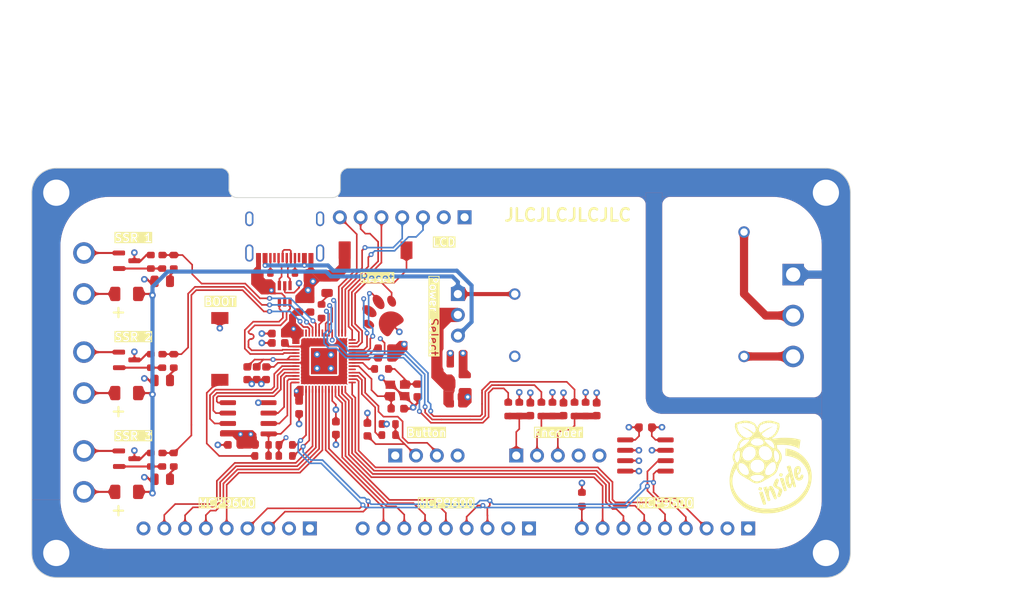
<source format=kicad_pcb>
(kicad_pcb (version 20221018) (generator pcbnew)
  (title_block (comment 4 "AISLER Project ID: PSDFIAJL"))
  (layers (0 "F.Cu" signal) (1 "In1.Cu" signal) (2 "In2.Cu" signal) (31 "B.Cu" signal) (34 "B.Paste" user) (35 "F.Paste" user) (36 "B.SilkS" user "B.Silkscreen") (37 "F.SilkS" user "F.Silkscreen") (38 "B.Mask" user) (39 "F.Mask" user) (44 "Edge.Cuts" user))
  (net 0 "")
  (net 1 "+1V1")
  (net 2 "GND")
  (net 3 "+3V3")
  (net 4 "/ENC_A")
  (net 5 "/ENC_B")
  (net 6 "/ENC_SW")
  (net 7 "/SW")
  (net 8 "/Microcontroller Alarm/XIN")
  (net 9 "Net-(D2-A)")
  (net 10 "/LCD_D{slash}C")
  (net 11 "/LCD_CS")
  (net 12 "/LCD_SCK")
  (net 13 "/LCD_MOSI")
  (net 14 "/LCD_RST")
  (net 15 "/MOSFETs/SSR_1_COM")
  (net 16 "/MOSFETs/SSR_2_COM")
  (net 17 "/SCL")
  (net 18 "/ALARM1B")
  (net 19 "/ALARM2B")
  (net 20 "/ALARM3B")
  (net 21 "/ALARM4B")
  (net 22 "/ALARM1C")
  (net 23 "/ALARM2C")
  (net 24 "/ALARM3C")
  (net 25 "/ALARM4C")
  (net 26 "/USB/USB_PRE_D+")
  (net 27 "/USB/USB_PRE_D-")
  (net 28 "/MOSFETs/SSR_1")
  (net 29 "/MOSFETs/SSR_2")
  (net 30 "/Live")
  (net 31 "/Neutral")
  (net 32 "+5V")
  (net 33 "VBUS")
  (net 34 "/ALARM1A")
  (net 35 "/ALARM2A")
  (net 36 "/ALARM3A")
  (net 37 "/ALARM4A")
  (net 38 "/Microcontroller Alarm/SWD")
  (net 39 "/Microcontroller Alarm/SWCLK")
  (net 40 "/Microcontroller Alarm/RST")
  (net 41 "Net-(Q2-G)")
  (net 42 "Net-(Q3-G)")
  (net 43 "/MOSFET_1")
  (net 44 "/MOSFET_2")
  (net 45 "/Microcontroller Alarm/QSPI_SS")
  (net 46 "/Microcontroller Alarm/XOUT")
  (net 47 "/Microcontroller Alarm/LED_ACTIVE")
  (net 48 "/Microcontroller Alarm/QSPI_SD1")
  (net 49 "/Microcontroller Alarm/QSPI_SD2")
  (net 50 "/Microcontroller Alarm/QSPI_SD0")
  (net 51 "/Microcontroller Alarm/QSPI_SCLK")
  (net 52 "/Microcontroller Alarm/QSPI_SD3")
  (net 53 "/MOSFETs/SSR_3_COM")
  (net 55 "Net-(J4-Pin_9)")
  (net 56 "/MOSFETs/SSR_3")
  (net 58 "Net-(D3-A)")
  (net 59 "Net-(D4-A)")
  (net 60 "/MOSFET_3")
  (net 61 "/Microcontroller Alarm/SW_LED")
  (net 62 "/ENC_Filter/ENC_A_OUT")
  (net 63 "/ENC_Filter/ENC_B_OUT")
  (net 64 "/ENC_Filter/ENC_SW_OUT")
  (net 65 "/Button Filter/SW_OUT")
  (net 66 "/Microcontroller Alarm/USB_D+")
  (net 67 "/Microcontroller Alarm/USB_D-")
  (net 68 "/SDA")
  (net 69 "Net-(C7-Pad2)")
  (net 70 "Net-(J12-Pin_2)")
  (net 71 "Net-(D1-A)")
  (net 72 "Net-(J11-CC1)")
  (net 74 "Net-(J11-CC2)")
  (net 76 "Net-(Q1-G)")
  (net 77 "Net-(R21-Pad1)")
  (net 81 "Earth")
  (footprint "Fuse:Fuse_1206_3216Metric" (layer "F.Cu") (at 109.1 92.4705 180)
    (fp_text reference "F3" hide)
    (fp_text value "Fuse")
  )
  (footprint "Connector_PinHeader_2.54mm:PinHeader_1x09_P2.54mm_Vertical" (layer "F.Cu") (at 131.47 109 -90)
    (fp_text reference "J3" hide)
    (fp_text value "Adafruit 4101")
  )
  (footprint "KiCAD Library:C_0603_1608Metric" (layer "F.Cu") (at 126.125001 90.05 -90)
    (fp_text reference "C8" hide)
    (fp_text value "100n")
  )
  (footprint "Cuprum:R_0603_1608Metric" (layer "F.Cu") (at 128.5 100.15)
    (fp_text reference "R24" hide)
    (fp_text value "2k2")
  )
  (footprint "KiCAD Library:C_0603_1608Metric" (layer "F.Cu") (at 140.6 88.15)
    (fp_text reference "C10" hide)
    (fp_text value "100n")
  )
  (footprint "Connector_PinHeader_2.54mm:PinHeader_1x05_P2.54mm_Vertical" (layer "F.Cu") (at 156.68 100.1 90)
    (fp_text reference "J2" hide)
    (fp_text value "ENC")
  )
  (footprint "KiCAD Library:C_0603_1608Metric" (layer "F.Cu") (at 172.455 96.645 180)
    (fp_text reference "C20" hide)
    (fp_text value "100n")
  )
  (footprint "Connector_PinHeader_2.54mm:PinHeader_1x09_P2.54mm_Vertical" (layer "F.Cu") (at 185.01 109 -90)
    (fp_text reference "J4" hide)
    (fp_text value "Adafruit 4101")
  )
  (footprint "KiCAD Library:C_0603_1608Metric" (layer "F.Cu") (at 166.5 94.45 90)
    (fp_text reference "C3" hide)
    (fp_text value "10n")
  )
  (footprint "Package_SO:SOIC-8_3.9x4.9mm_P1.27mm" (layer "F.Cu") (at 172.455 100.095)
    (fp_text reference "U3" hide)
    (fp_text value "FT24C04A")
  )
  (footprint "Cuprum:R_0603_1608Metric" (layer "F.Cu") (at 128.5 98.8)
    (fp_text reference "R23" hide)
    (fp_text value "2k2")
  )
  (footprint "Fuse:Fuse_1206_3216Metric" (layer "F.Cu") (at 109.1 80.3615 180)
    (fp_text reference "F2" hide)
    (fp_text value "Fuse")
  )
  (footprint "Diode_SMD:D_0805_2012Metric" (layer "F.Cu") (at 113.45 103)
    (fp_text reference "D1" hide)
    (fp_text value "Red" hide)
  )
  (footprint "MountingHole:MountingHole_3.2mm_M3_DIN965_Pad" (layer "F.Cu") (at 100.5 68)
    (fp_text reference "H4" hide)
    (fp_text value "M3")
  )
  (footprint "Cuprum:R_0603_1608Metric" (layer "F.Cu") (at 112.05 88.5455 90)
    (fp_text reference "R20" hide)
    (fp_text value "10k")
  )
  (footprint "Crystal:Crystal_SMD_2520-4Pin_2.5x2.0mm" (layer "F.Cu") (at 142.175 92.15)
    (fp_text reference "Y1" hide)
    (fp_text value "12MHz")
  )
  (footprint "Cuprum:R_0603_1608Metric" (layer "F.Cu") (at 125.6 98.8 180)
    (fp_text reference "R22" hide)
    (fp_text value "DNF")
  )
  (footprint "Package_TO_SOT_SMD:SOT-23" (layer "F.Cu") (at 109.1 76.3115)
    (fp_text reference "Q2" hide)
    (fp_text value "IRLML2060")
  )
  (footprint "KiCAD Library:SOT65P210X110-6N" (layer "F.Cu") (at 128.4 80.360175 90)
    (fp_text reference "U1" hide)
    (fp_text value "USBUF02W6" hide)
  )
  (footprint "KiCAD Library:C_0603_1608Metric" (layer "F.Cu") (at 134.65 96.75 -90)
    (fp_text reference "C12" hide)
    (fp_text value "100n" hide)
  )
  (footprint "KiCAD Library:2350513-3" (layer "F.Cu") (at 190.5 78 -90)
    (fp_text reference "J7" hide)
    (fp_text value "2350513-3" hide)
  )
  (footprint "KiCAD Library:C_0603_1608Metric" (layer "F.Cu") (at 131.54063 81.801824 90)
    (fp_text reference "C13" hide)
    (fp_text value "100n")
  )
  (footprint "KiCAD Library:PTS636 SM25J SMTR LFS" (layer "F.Cu") (at 139.5 75)
    (fp_text reference "SW2" hide)
    (fp_text value "DNF")
  )
  (footprint "Connector_PinHeader_2.54mm:PinHeader_1x07_P2.54mm_Vertical" (layer "F.Cu") (at 150.37 71 -90)
    (fp_text reference "J6" hide)
    (fp_text value "GC9A01 1.28\" TFT" hide)
  )
  (footprint "KiCAD Library:C_0603_1608Metric" (layer "F.Cu") (at 149.4 88.85 180)
    (fp_text reference "C21" hide)
    (fp_text value "2u2")
  )
  (footprint "Fuse:Fuse_1206_3216Metric" (layer "F.Cu") (at 109.1 104.5385 180)
    (fp_text reference "F1" hide)
    (fp_text value "Fuse")
  )
  (footprint "Cuprum:R_0603_1608Metric" (layer "F.Cu") (at 114.85 100.6135 -90)
    (fp_text reference "R12" hide)
    (fp_text value "270")
  )
  (footprint "Package_SO:SOIC-8_3.9x4.9mm_P1.27mm" (layer "F.Cu") (at 123.95 95.55 180)
    (fp_text reference "U2" hide)
    (fp_text value "W25Q16JV" hide)
  )
  (footprint "Cuprum:R_0603_1608Metric" (layer "F.Cu") (at 165.15 94.45 -90)
    (fp_text reference "R5" hide)
    (fp_text value "10k")
  )
  (footprint "KiCAD Library:C_0603_1608Metric" (layer "F.Cu") (at 138.5 96.925 90)
    (fp_text reference "C4" hide)
    (fp_text value "10n")
  )
  (footprint "Cuprum:R_0603_1608Metric" (layer "F.Cu") (at 114.85 76.4365 -90)
    (fp_text reference "R15" hide)
    (fp_text value "270")
  )
  (footprint "Cuprum:R_0603_1608Metric" (layer "F.Cu") (at 140.225 89.525)
    (fp_text reference "R25" hide)
    (fp_text value "1k" hide)
  )
  (footprint "KiCAD Library:C_0603_1608Metric" (layer "F.Cu") (at 144.6 92.15 90)
    (fp_text reference "C7" hide)
    (fp_text value "8p")
  )
  (footprint "Cuprum:R_0603_1608Metric" (layer "F.Cu") (at 112.05 76.4365 90)
    (fp_text reference "R17" hide)
    (fp_text value "10k")
  )
  (footprint "MountingHole:MountingHole_3.2mm_M3_DIN965_Pad" (layer "F.Cu") (at 194.5 112)
    (fp_text reference "H1" hide)
    (fp_text value "M3")
  )
  (footprint "KiCAD Library:2350513-2" (layer "F.Cu") (at 103.875 92.4705 90)
    (fp_text reference "J10" hide)
    (fp_text value "2350513-2" hide)
  )
  (footprint "KiCAD Library:2350513-2" (layer "F.Cu") (at 103.875 80.3615 90)
    (fp_text reference "J9" hide)
    (fp_text value "2350513-2" hide)
  )
  (footprint "KiCAD Library:C_0603_1608Metric" (layer "F.Cu") (at 142.175 94.375 180)
    (fp_text reference "C6" hide)
    (fp_text value "8p")
  )
  (footprint "Connector_PinHeader_2.54mm:PinHeader_1x04_P2.54mm_Vertical" (layer "F.Cu") (at 141.9 100.1 90)
    (fp_text reference "J1" hide)
    (fp_text value "SW")
  )
  (footprint "Cuprum:R_0603_1608Metric" (layer "F.Cu") (at 113.45 88.5455 -90)
    (fp_text reference "R19" hide)
    (fp_text value "100")
  )
  (footprint "Cuprum:R_0603_1608Metric" (layer "F.Cu") (at 125.6 100.15)
    (fp_text reference "R21" hide)
    (fp_text value "DNF")
  )
  (footprint "Cuprum:R_0603_1608Metric" (layer "F.Cu") (at 163.8 94.45 -90)
    (fp_text reference "R7" hide)
    (fp_text value "10k")
  )
  (footprint "KiCAD Library:C_0603_1608Metric" (layer "F.Cu") (at 149.4 93.75)
    (fp_text reference "C15" hide)
    (fp_text value "10u")
  )
  (footprint "LOGO" (layer "F.Cu") (at 187.75 101.5)
    (fp_text reference "G***" hide)
    (fp_text value "LOGO" hide)
  )
  (footprint "Package_TO_SOT_SMD:SOT-23" (layer "F.Cu") (at 109.1 100.4885)
    (fp_text reference "Q1" hide)
    (fp_text value "IRLML2060")
  )
  (footprint "Cuprum:R_0603_1608Metric" (layer "F.Cu") (at 112.05 100.6135 90)
    (fp_text reference "R14" hide)
    (fp_text value "10k")
  )
  (footprint "Cuprum:R_0603_1608Metric" (layer "F.Cu") (at 114.85 88.5455 -90)
    (fp_text reference "R18" hide)
    (fp_text value "270")
  )
  (footprint "KiCAD Library:C_0603_1608Metric" (layer "F.Cu") (at 140.6 87)
    (fp_text reference "C5" hide)
    (fp_text value "100n")
  )
  (footprint "Cuprum:R_0603_1608Metric" (layer "F.Cu") (at 141.1 97.6)
    (fp_text reference "R9" hide)
    (fp_text value "10k")
  )
  (footprint "KiCAD Library:C_0603_1608Metric" (layer "F.Cu") (at 123.825 90.05 -90)
    (fp_text reference "C17" hide)
    (fp_text value "100n")
  )
  (footprint "KiCAD Library:2350513-2" (layer "F.Cu") (at 103.875 104.5385 90)
    (fp_text reference "J8" hide)
    (fp_text value "2350513-2" hide)
  )
  (footprint "Cuprum:R_0603_1608Metric" (layer "F.Cu") (at 132.9 82.475 -90)
    (fp_text reference "R26" hide)
    (fp_text value "270")
  )
  (footprint "KiCAD Library:C_0603_1608Metric" (layer "F.Cu") (at 162.45 94.45 90)
    (fp_text reference "C2" hide)
    (fp_text value "10n")
  )
  (footprint "Package_TO_SOT_SMD:SOT-23" (layer "F.Cu") (at 149.45 91.3125 180)
    (fp_text reference "IC1" hide)
    (fp_text value "MCP1792T")
  )
  (footprint "KiCAD Library:C_0603_1608Metric" (layer "F.Cu") (at 130.157546 94.22327 -90)
    (fp_text reference "C18" hide)
    (fp_text value "100n")
  )
  (footprint "Cuprum:R_0603_1608Metric" (layer "F.Cu") (at 161.1 94.45 -90)
    (fp_text reference "R3" hide)
    (fp_text value "10k")
  )
  (footprint "KiCAD Library:C_0603_1608Metric" (layer "F.Cu") (at 130.173176 81.800094 90)
    (fp_text reference "C14" hide)
    (fp_text value "100n")
  )
  (footprint "Cuprum:R_0603_1608Metric" (layer "F.Cu") (at 159.75 94.45 -90)
    (fp_text reference "R6" hide)
    (fp_text value "10k")
  )
  (footprint "Connector_PinHeader_2.54mm:PinHeader_1x03_P2.54mm_Vertical" (layer "F.Cu") (at 149.55 80.38)
    (fp_text reference "J12" hide)
    (fp_text value "POW_SEL")
  )
  (footprint "Package_TO_SOT_SMD:SOT-23" (layer "F.Cu") (at 109.1 88.4205)
    (fp_text reference "Q3" hide)
    (fp_text value "IRLML2060")
  )
  (footprint "MountingHole:MountingHole_3.2mm_M3_DIN965_Pad" (layer "F.Cu") (at 194.5 68)
    (fp_text reference "H2" hide)
    (fp_text value "M3")
  )
  (footprint "Diode_SMD:D_0805_2012Metric" (layer "F.Cu") (at 113.45 90.932)
    (fp_text reference "D3" hide)
    (fp_text value "Red" hide)
  )
  (footprint "Cuprum:R_0603_1608Metric" (layer "F.Cu") (at 125.825 77.8 180)
    (fp_text reference "R11" hide)
    (fp_text value "5k1")
  )
  (footprint "KiCAD Library:PTS636 SM25J SMTR LFS" (layer "F.Cu") (at 120.475 87.075 -90)
    (fp_text reference "SW1" hide)
    (fp_text value "DNF")
  )
  (footprint "Package_DFN_QFN:QFN-56-1EP_7x7mm_P0.4mm_EP3.2x3.2mm" (layer "F.Cu") (at 133.201824 88.578991 90)
    (fp_text reference "U4" hide)
    (fp_text value "RP2040")
  )
  (footprint "Connector_USB:USB_C_Receptacle_GCT_USB4105-xx-A_16P_TopMnt_Horizontal" (layer "F.Cu") (at 128.4 72.26 180)
    (fp_text reference "J11" hide)
    (fp_text value "USB4110-GF-A_REVB")
  )
  (footprint "PawPad:pawpad" (layer "F.Cu") (at 140.11358 82.746296 45)
    (fp_text reference "J13" hide)
    (fp_text value "PawPad_SWD")
  )
  (footprint "KiCAD Library:C_0603_1608Metric" (layer "F.Cu") (at 122.25 98.8 180)
    (fp_text reference "C11" hide)
    (fp_text value "100n")
  )
  (footprint "Cuprum:R_0603_1608Metric" (layer "F.Cu") (at 113.45 76.4365 -90)
    (fp_text reference "R16" hide)
    (fp_text value "100")
  )
  (footprint "Cuprum:R_0603_1608Metric" (layer "F.Cu") (at 141.1 96.25)
    (fp_text reference "R8" hide)
    (fp_text value "10k")
  )
  (footprint "KiCAD Library:C_0603_1608Metric" (layer "F.Cu") (at 127.625 85.2 180)
    (fp_text reference "C19" hide)
    (fp_text value "1u")
  )
  (footprint "Cuprum:IRM015" (layer "F.Cu") (at 156.5 80.38)
    (fp_text reference "P1" hide)
    (fp_text value "~" hide)
  )
  (footprint "KiCAD Library:C_0603_1608Metric" (layer "F.Cu") (at 158.4 94.45 90)
    (fp_text reference "C1" hide)
    (fp_text value "10n")
  )
  (footprint "Cuprum:R_0603_1608Metric" (layer "F.Cu") (at 130.475 77.8)
    (fp_text reference "R10" hide)
    (fp_text value "5k1")
  )
  (footprint "Cuprum:R_0603_1608Metric" (layer "F.Cu") (at 157.05 94.45 -90)
    (fp_text reference "R2" hide)
    (fp_text value "10k")
  )
  (footprint "Connector_PinHeader_2.54mm:PinHeader_1x09_P2.54mm_Vertical" (layer "F.Cu") (at 158.24 109 -90)
    (fp_text reference "J5" hide)
    (fp_text value "Adafruit 4101" hide)
  )
  (footprint "Cuprum:R_0603_1608Metric" (layer "F.Cu") (at 164.7 105.45 -90)
    (fp_text reference "R1" hide)
    (fp_text value "2k2")
  )
  (footprint "Diode_SMD:D_0805_2012Metric" (layer "F.Cu") (at 113.45 78.823)
    (fp_text reference "D2" hide)
    (fp_text value "Red" hide)
  )
  (footprint "Diode_SMD:D_0805_2012Metric" (layer "F.Cu") (at 133.575 79.3 -90)
    (fp_text reference "D4" hide)
    (fp_text value "Red")
  )
  (footprint "Cuprum:R_0603_1608Metric" (layer "F.Cu") (at 155.7 94.45 -90)
    (fp_text reference "R4" hide)
    (fp_text value "10k")
  )
  (footprint "KiCAD Library:C_0603_1608Metric" (layer "F.Cu") (at 124.975002 90.05 -90)
    (fp_text reference "C16" hide)
    (fp_text value "100n")
  )
  (footprint "Cuprum:R_0603_1608Metric" (layer "F.Cu") (at 113.45 100.6135 -90)
    (fp_text reference "R13" hide)
    (fp_text value "100")
  )
  (footprint "KiCAD Library:C_0603_1608Metric" (layer "F.Cu") (at 127.625 86.35 180)
    (fp_text reference "C9" hide)
    (fp_text value "1u")
  )
  (footprint "MountingHole:MountingHole_3.2mm_M3_DIN965_Pad" (layer "F.Cu") (at 100.5 112)
    (fp_text reference "H3" hide)
    (fp_text value "M3")
  )
  (gr_line (start 136.2 65) (end 194.5 65) (stroke (width 0.1)) (layer "Edge.Cuts"))
  (gr_arc (start 120.6 65) (mid 121.307107 65.292893) (end 121.6 66) (stroke (width 0.1)) (layer "Edge.Cuts"))
  (gr_line (start 122.6 68.6) (end 134.2 68.6) (stroke (width 0.1)) (layer "Edge.Cuts"))
  (gr_arc locked (start 197.5 112) (mid 196.62132 114.12132) (end 194.5 115) (stroke (width 0.1)) (layer "Edge.Cuts"))
  (gr_line (start 135.2 67.6) (end 135.2 66) (stroke (width 0.1)) (layer "Edge.Cuts"))
  (gr_arc locked (start 97.5 68) (mid 98.37868 65.87868) (end 100.5 65) (stroke (width 0.1)) (layer "Edge.Cuts"))
  (gr_line (start 121.6 66) (end 121.6 67.6) (stroke (width 0.1)) (layer "Edge.Cuts"))
  (gr_arc (start 135.2 66) (mid 135.492893 65.292893) (end 136.2 65) (stroke (width 0.1)) (layer "Edge.Cuts"))
  (gr_line locked (start 197.5 68) (end 197.5 112) (stroke (width 0.1)) (layer "Edge.Cuts"))
  (gr_arc locked (start 194.5 65) (mid 196.62132 65.87868) (end 197.5 68) (stroke (width 0.1)) (layer "Edge.Cuts"))
  (gr_line (start 120.6 65) (end 100.5 65) (stroke (width 0.1)) (layer "Edge.Cuts"))
  (gr_arc (start 122.6 68.6) (mid 121.892893 68.307107) (end 121.6 67.6) (stroke (width 0.1)) (layer "Edge.Cuts"))
  (gr_arc (start 135.2 67.6) (mid 134.907107 68.307107) (end 134.2 68.6) (stroke (width 0.1)) (layer "Edge.Cuts"))
  (gr_arc locked (start 100.5 115) (mid 98.37868 114.12132) (end 97.5 112) (stroke (width 0.1)) (layer "Edge.Cuts"))
  (gr_line locked (start 97.5 112) (end 97.5 68) (stroke (width 0.1)) (layer "Edge.Cuts"))
  (gr_line locked (start 194.5 115) (end 100.5 115) (stroke (width 0.1)) (layer "Edge.Cuts"))
  (gr_text "SSR 3" (at 107.5 98.3) (layer "F.SilkS" knockout) (effects (font (size 1 1)) (justify left bottom)))
  (gr_text "MCP9600" (at 171.28631 106.5) (layer "F.SilkS" knockout) (effects (font (size 1 1)) (justify left bottom)))
  (gr_text "+" (at 107 107.6) (layer "F.SilkS") (effects (font (size 1.5 1.5) (thickness 0.25) bold) (justify left bottom)))
  (gr_text "Button" (at 143.193928 97.9) (layer "F.SilkS" knockout) (effects (font (size 1 1)) (justify left bottom)))
  (gr_text "Power Select" (at 146 78.00869 -90) (layer "F.SilkS" knockout) (effects (font (size 1 1)) (justify left bottom)))
  (gr_text "Encoder" (at 158.696309 97.9) (layer "F.SilkS" knockout) (effects (font (size 1 1)) (justify left bottom)))
  (gr_text "SSR 1" (at 107.5 74.1) (layer "F.SilkS" knockout) (effects (font (size 1 1)) (justify left bottom)))
  (gr_text "MCP9600" (at 117.74631 106.5) (layer "F.SilkS" knockout) (effects (font (size 1 1)) (justify left bottom)))
  (gr_text "MCP9600" (at 144.51631 106.5) (layer "F.SilkS" knockout) (effects (font (size 1 1)) (justify left bottom)))
  (gr_text "+" (at 107 83.4) (layer "F.SilkS") (effects (font (size 1.5 1.5) (thickness 0.25) bold) (justify left bottom)))
  (gr_text "+" (at 107 95.5) (layer "F.SilkS") (effects (font (size 1.5 1.5) (thickness 0.25) bold) (justify left bottom)))
  (gr_text "LCD" (at 146.35 74.65) (layer "F.SilkS" knockout) (effects (font (size 1 1)) (justify left bottom)))
  (gr_text "BOOT" (at 118.458929 81.9) (layer "F.SilkS" knockout) (effects (font (size 1 1)) (justify left bottom)))
  (gr_text "Reset" (at 137.5 79) (layer "F.SilkS" knockout) (effects (font (size 1 1)) (justify left bottom)))
  (gr_text "SSR 2" (at 107.5 86.2) (layer "F.SilkS" knockout) (effects (font (size 1 1)) (justify left bottom)))
  (gr_text "JLCJLCJLCJLC" (at 155.06 71.6) (layer "F.SilkS") (effects (font (size 1.5 1.5) (thickness 0.3) bold) (justify left bottom)))
  (segment (start 130.599657 86.77899) (end 129.764324 86.77899) (width 0.2) (layer "F.Cu") (net 1))
  (segment (start 127.571009 88.778991) (end 127.075 89.275) (width 0.2) (layer "F.Cu") (net 1))
  (segment (start 139.5 87) (end 139.825 87) (width 0.2) (layer "F.Cu") (net 1))
  (segment (start 127.075 89.275) (end 126.125001 89.275) (width 0.2) (layer "F.Cu") (net 1))
  (segment (start 136.639324 87.978991) (end 138.521009 87.978991) (width 0.2) (layer "F.Cu") (net 1))
  (segment (start 136.639324 87.978991) (end 135.803991 87.978991) (width 0.2) (layer "F.Cu") (net 1))
  (segment (start 128.828991 86.778991) (end 128.4 86.35) (width 0.2) (layer "F.Cu") (net 1))
  (segment (start 129.764324 86.778991) (end 128.828991 86.778991) (width 0.2) (layer "F.Cu") (net 1))
  (segment (start 129.764324 88.778991) (end 127.571009 88.778991) (width 0.2) (layer "F.Cu") (net 1))
  (segment locked (start 129.764324 88.778991) (end 130.601825 88.77899) (width 0.15) (layer "F.Cu") (net 1))
  (segment (start 130.599657 88.778991) (end 129.764324 88.778991) (width 0.2) (layer "F.Cu") (net 1))
  (segment (start 138.521009 87.978991) (end 139.5 87) (width 0.2) (layer "F.Cu") (net 1))
  (segment locked (start 129.764324 86.77899) (end 130.563267 86.77899) (width 0.2) (layer "F.Cu") (net 1))
  (segment (start 141.256844 83.843146) (end 142.406849 84.993151) (width 0.2) (layer "F.Cu") (net 2))
  (segment (start 158.4 92.425001) (end 158.4 93.675) (width 0.2) (layer "F.Cu") (net 2))
  (segment (start 171.21 98.19) (end 171.68 97.72) (width 0.2) (layer "F.Cu") (net 2))
  (segment (start 164.7 103.4495) (end 164.7 104.625) (width 0.2) (layer "F.Cu") (net 2))
  (segment (start 110.8115 88.4205) (end 111.5115 87.7205) (width 0.25) (layer "F.Cu") (net 2))
  (segment (start 128.4 81.360175) (end 128.4 80.675861) (width 0.2) (layer "F.Cu") (net 2))
  (segment (start 174.93 99.46) (end 173.25 99.46) (width 0.2) (layer "F.Cu") (net 2))
  (segment (start 170.430001 96.645) (end 171.68 96.645) (width 0.2) (layer "F.Cu") (net 2))
  (segment (start 130.157546 96.24827) (end 130.157546 94.99827) (width 0.2) (layer "F.Cu") (net 2))
  (segment (start 141.3 91.45) (end 141.475 91.45) (width 0.25) (layer "F.Cu") (net 2))
  (segment (start 111.85 90.932) (end 112.5125 90.932) (width 0.25) (layer "F.Cu") (net 2))
  (segment (start 110.8115 76.3115) (end 111.5115 75.6115) (width 0.25) (layer "F.Cu") (net 2))
  (segment (start 128.024139 80.3) (end 127.2 80.3) (width 0.2) (layer "F.Cu") (net 2))
  (segment (start 138.5 94.900001) (end 138.5 96.15) (width 0.2) (layer "F.Cu") (net 2))
  (segment (start 125.525 90.825) (end 126.125001 90.825) (width 0.2) (layer "F.Cu") (net 2))
  (segment (start 141.3 91.45) (end 141.05 91.45) (width 0.2) (layer "F.Cu") (net 2))
  (segment (start 110.8115 100.4885) (end 111.5115 99.7885) (width 0.25) (layer "F.Cu") (net 2))
  (segment (start 111.6 102.75) (end 111.85 103) (width 0.25) (layer "F.Cu") (net 2))
  (segment (start 111.85 78.823) (end 112.5125 78.823) (width 0.25) (layer "F.Cu") (net 2))
  (segment (start 141.475 91.45) (end 142.875 92.85) (width 0.25) (layer "F.Cu") (net 2))
  (segment (start 123.825 90.825) (end 124.5 90.825) (width 0.2) (layer "F.Cu") (net 2))
  (segment (start 144.087224 94.223264) (end 144.087224 93.887224) (width 0.2) (layer "F.Cu") (net 2))
  (segment (start 144.6 92.925) (end 144.6 93.710488) (width 0.25) (layer "F.Cu") (net 2))
  (segment (start 127.2 80.3) (end 126.825 79.925) (width 0.2) (layer "F.Cu") (net 2))
  (segment (start 110.0375 87.4215) (end 110.0375 88.4205) (width 0.2) (layer "F.Cu") (net 2))
  (segment (start 111.5115 75.6115) (end 112.05 75.6115) (width 0.25) (layer "F.Cu") (net 2))
  (segment (start 125.55 91.35) (end 125.55 90.85) (width 0.2) (layer "F.Cu") (net 2))
  (segment (start 111.25 78.573) (end 111.6 78.573) (width 0.25) (layer "F.Cu") (net 2))
  (segment (start 162.45 92.425001) (end 162.45 93.675) (width 0.2) (layer "F.Cu") (net 2))
  (segment (start 125.55 90.85) (end 125.525 90.825) (width 0.2) (layer "F.Cu") (net 2))
  (segment (start 125.600001 86.35) (end 126.85 86.35) (width 0.2) (layer "F.Cu") (net 2))
  (segment (start 124.375 91.3505) (end 124.375 90.95) (width 0.2) (layer "F.Cu") (net 2))
  (segment (start 111.25 90.682) (end 111.6 90.682) (width 0.25) (layer "F.Cu") (net 2))
  (segment (start 124.375 90.95) (end 124.5 90.825) (width 0.2) (layer "F.Cu") (net 2))
  (segment (start 142.5 87) (end 143 86.5) (width 0.2) (layer "F.Cu") (net 2))
  (segment (start 125.175001 93.645) (end 126.425 93.645) (width 0.2) (layer "F.Cu") (net 2))
  (segment (start 111.25 102.75) (end 111.6 102.75) (width 0.25) (layer "F.Cu") (net 2))
  (segment (start 169.98 102) (end 171.659999 102) (width 0.2) (layer "F.Cu") (net 2))
  (segment (start 120.475 84.549999) (end 120.475 83.3) (width 0.2) (layer "F.Cu") (net 2))
  (segment (start 128.4 80.675861) (end 128.099569 80.37543) (width 0.2) (layer "F.Cu") (net 2))
  (segment (start 126.825 79.925) (end 126.775 79.925) (width 0.2) (layer "F.Cu") (net 2))
  (segment (start 169.98 100.73) (end 171.659999 100.73) (width 0.2) (layer "F.Cu") (net 2))
  (segment (start 144.087224 93.887224) (end 143.05 92.85) (width 0.2) (layer "F.Cu") (net 2))
  (segment (start 120.225001 98.8) (end 121.475 98.8) (width 0.2) (layer "F.Cu") (net 2))
  (segment (start 111.5115 87.7205) (end 112.05 87.7205) (width 0.25) (layer "F.Cu") (net 2))
  (segment (start 142.875 92.85) (end 143.05 92.85) (width 0.25) (layer "F.Cu") (net 2))
  (segment (start 141.375 88.15) (end 141.375 87) (width 0.2) (layer "F.Cu") (net 2))
  (segment (start 144.6 93.710488) (end 144.087224 94.223264) (width 0.25) (layer "F.Cu") (net 2))
  (segment (start 111.5115 99.7885) (end 112.05 99.7885) (width 0.25) (layer "F.Cu") (net 2))
  (segment (start 169.98 98.19) (end 171.21 98.19) (width 0.2) (layer "F.Cu") (net 2))
  (segment (start 143.935488 94.375) (end 144.087224 94.223264) (width 0.25) (layer "F.Cu") (net 2))
  (segment (start 141.375 87) (end 142.5 87) (width 0.2) (layer "F.Cu") (net 2))
  (segment (start 171.68 97.72) (end 171.68 96.645) (width 0.2) (layer "F.Cu") (net 2))
  (segment (start 124.5 90.825) (end 125.525 90.825) (width 0.2) (layer "F.Cu") (net 2))
  (segment (start 110.0375 75.3125) (end 110.0375 76.3115) (width 0.2) (layer "F.Cu") (net 2))
  (segment (start 134.65 98.775) (end 134.65 97.525) (width 0.2) (layer "F.Cu") (net 2))
  (segment (start 110.0375 88.4205) (end 110.8115 88.4205) (width 0.25) (layer "F.Cu") (net 2))
  (segment (start 169.98 99.46) (end 171.659999 99.46) (width 0.2) (layer "F.Cu") (net 2))
  (segment (start 110.0375 100.4885) (end 110.8115 100.4885) (width 0.25) (layer "F.Cu") (net 2))
  (segment (start 110.0375 76.3115) (end 110.8115 76.3115) (width 0.25) (layer "F.Cu") (net 2))
  (segment (start 142.95 94.375) (end 143.935488 94.375) (width 0.25) (layer "F.Cu") (net 2))
  (segment (start 166.5 92.425001) (end 166.5 93.675) (width 0.2) (layer "F.Cu") (net 2))
  (segment (start 125.600001 85.2) (end 126.85 85.2) (width 0.2) (layer "F.Cu") (net 2))
  (segment (start 111.6 78.573) (end 111.85 78.823) (width 0.25) (layer "F.Cu") (net 2))
  (segment (start 128.099569 80.37543) (end 128.024139 80.3) (width 0.2) (layer "F.Cu") (net 2))
  (segment (start 111.6 90.682) (end 111.85 90.932) (width 0.25) (layer "F.Cu") (net 2))
  (segment (start 111.85 103) (end 112.5125 103) (width 0.25) (layer "F.Cu") (net 2))
  (segment (start 110.0375 99.4895) (end 110.0375 100.4885) (width 0.2) (layer "F.Cu") (net 2))
  (segment (start 141.05 91.45) (end 140.2 90.6) (width 0.2) (layer "F.Cu") (net 2))
  (via (at 171.659999 99.46) (size 0.8) (drill 0.4) (layers "F.Cu" "B.Cu") (net 2))
  (via (at 173.25 99.46) (size 0.8) (drill 0.4) (layers "F.Cu" "B.Cu") (net 2))
  (via (at 158.4 92.425001) (size 0.8) (drill 0.4) (layers "F.Cu" "B.Cu") (net 2))
  (via (at 110.0375 99.4895) (size 0.8) (drill 0.4) (layers "F.Cu" "B.Cu") (net 2))
  (via (at 131.25 79.9) (size 0.8) (drill 0.4) (layers "F.Cu" "B.Cu") (net 2))
  (via (at 131.85 78.825) (size 0.8) (drill 0.4) (layers "F.Cu" "B.Cu") (net 2))
  (via (at 164.7 103.4495) (size 0.8) (drill 0.4) (layers "F.Cu" "B.Cu") (net 2))
  (via (at 124.375 91.3505) (size 0.8) (drill 0.4) (layers "F.Cu" "B.Cu") (net 2))
  (via (at 132.35 89.45) (size 0.8) (drill 0.4) (layers "F.Cu" "B.Cu") (net 2))
  (via (at 142.406849 84.993151) (size 0.8) (drill 0.4) (layers "F.Cu" "B.Cu") (net 2))
  (via (at 171.659999 102) (size 0.8) (drill 0.4) (layers "F.Cu" "B.Cu") (net 2))
  (via (at 162.45 92.425001) (size 0.8) (drill 0.4) (layers "F.Cu" "B.Cu") (net 2))
  (via (at 150.75 92.95) (size 0.8) (drill 0.4) (layers "F.Cu" "B.Cu") (net 2))
  (via (at 125.600001 86.35) (size 0.8) (drill 0.4) (layers "F.Cu" "B.Cu") (net 2))
  (via (at 148.625 87.600001) (size 0.8) (drill 0.4) (layers "F.Cu" "B.Cu") (net 2))
  (via (at 110.0375 75.3125) (size 0.8) (drill 0.4) (layers "F.Cu" "B.Cu") (net 2))
  (via (at 138.5 94.900001) (size 0.8) (drill 0.4) (layers "F.Cu" "B.Cu") (net 2))
  (via (at 125.600001 85.2) (size 0.8) (drill 0.4) (layers "F.Cu" "B.Cu") (net 2))
  (via (at 111.25 102.75) (size 0.8) (drill 0.4) (layers "F.Cu" "B.Cu") (net 2))
  (via (at 126.775 79.925) (size 0.6) (drill 0.3) (layers "F.Cu" "B.Cu") (net 2))
  (via (at 125.175001 93.645) (size 0.8) (drill 0.4) (layers "F.Cu" "B.Cu") (net 2))
  (via (at 120.475 84.549999) (size 0.8) (drill 0.4) (layers "F.Cu" "B.Cu") (net 2))
  (via (at 166.5 92.425001) (size 0.8) (drill 0.4) (layers "F.Cu" "B.Cu") (net 2))
  (via (at 130.157546 96.24827) (size 0.8) (drill 0.4) (layers "F.Cu" "B.Cu") (net 2))
  (via (at 110.0375 87.4215) (size 0.8) (drill 0.4) (layers "F.Cu" "B.Cu") (net 2))
  (via (at 171.659999 100.73) (size 0.8) (drill 0.4) (layers "F.Cu" "B.Cu") (net 2))
  (via (at 120.225001 98.8) (size 0.8) (drill 0.4) (layers "F.Cu" "B.Cu") (net 2))
  (via (at 134.05 87.8) (size 0.8) (drill 0.4) (layers "F.Cu" "B.Cu") (net 2))
  (via (at 143 86.5) (size 0.8) (drill 0.4) (layers "F.Cu" "B.Cu") (net 2))
  (via (at 134.65 98.775) (size 0.8) (drill 0.4) (layers "F.Cu" "B.Cu") (net 2))
  (via (at 132.35 87.75) (size 0.8) (drill 0.4) (layers "F.Cu" "B.Cu") (net 2))
  (via (at 134.05 89.45) (size 0.8) (drill 0.4) (layers "F.Cu" "B.Cu") (net 2))
  (via (at 125.55 91.35) (size 0.8) (drill 0.4) (layers "F.Cu" "B.Cu") (net 2))
  (via (at 144.087224 94.223264) (size 0.8) (drill 0.4) (layers "F.Cu" "B.Cu") (net 2))
  (via (at 111.25 78.573) (size 0.8) (drill 0.4) (layers "F.Cu" "B.Cu") (net 2))
  (via (at 170.430001 96.645) (size 0.8) (drill 0.4) (layers "F.Cu" "B.Cu") (net 2))
  (via (at 111.25 90.682) (size 0.8) (drill 0.4) (layers "F.Cu" "B.Cu") (net 2))
  (via (at 140.2 90.6) (size 0.8) (drill 0.4) (layers "F.Cu" "B.Cu") (net 2))
  (segment (start 130.157546 92.967454) (end 130.601824 92.523176) (width 0.15) (layer "F.Cu") (net 3))
  (segment (start 128.558883 97.916117) (end 127.675 98.8) (width 0.2) (layer "F.Cu") (net 3))
  (segment (start 130.601824 92.523176) (end 130.601824 92.016491) (width 0.15) (layer "F.Cu") (net 3))
  (segment (start 127.675 100.15) (end 127.675 98.8) (width 0.2) (layer "F.Cu") (net 3))
  (segment (start 174.479999 96.645) (end 173.23 96.645) (width 0.2) (layer "F.Cu") (net 3))
  (segment (start 173.23 97.72) (end 173.23 96.645) (width 0.2) (layer "F.Cu") (net 3))
  (segment (start 128.4 80.110175) (end 128.4 79.360175) (width 0.2) (layer "F.Cu") (net 3))
  (segment (start 130.15 79.610175) (end 129.55 80.210175) (width 0.2) (layer "F.Cu") (net 3))
  (segment (start 136.639324 88.378991) (end 138.686695 88.378991) (width 0.2) (layer "F.Cu") (net 3))
  (segment (start 134.201824 85.141491) (end 134.201824 85.998176) (width 0.2) (layer "F.Cu") (net 3))
  (segment (start 129.55 80.210175) (end 128.5 80.210175) (width 0.2) (layer "F.Cu") (net 3))
  (segment (start 140.075 88.15) (end 140.6 87.625) (width 0.2) (layer "F.Cu") (net 3))
  (segment (start 128.675 88.378991) (end 126.975 88.378991) (width 0.2) (layer "F.Cu") (net 3))
  (segment (start 126.975 88.378991) (end 125.803548 88.378991) (width 0.2) (layer "F.Cu") (net 3))
  (segment (start 165.15 92.375001) (end 165.15 93.625) (width 0.2) (layer "F.Cu") (net 3))
  (segment (start 130.112157 85.141491) (end 130.112157 84.39802) (width 0.2) (layer "F.Cu") (net 3))
  (segment (start 140.6 86.35) (end 140.075 85.825) (width 0.2) (layer "F.Cu") (net 3))
  (segment (start 161.1 92.375001) (end 161.1 93.625) (width 0.2) (layer "F.Cu") (net 3))
  (segment (start 124.975002 89.207537) (end 124.975002 89.275) (width 0.2) (layer "F.Cu") (net 3))
  (segment (start 130.112157 85.141491) (end 129.764324 85.489324) (width 0.2) (layer "F.Cu") (net 3))
  (segment (start 134.201824 93.426824) (end 134.65 93.875) (width 0.2) (layer "F.Cu") (net 3))
  (segment (start 130.601824 92.016491) (end 130.033509 92.016491) (width 0.2) (layer "F.Cu") (net 3))
  (segment (start 129.475 85.2) (end 128.4 85.2) (width 0.2) (layer "F.Cu") (net 3))
  (segment (start 131.5389 82.575094) (end 131.54063 82.576824) (width 0.2) (layer "F.Cu") (net 3))
  (segment (start 134.65 93.875) (end 134.65 95.975) (width 0.2) (layer "F.Cu") (net 3))
  (segment (start 130.033509 92.016491) (end 129.825 92.225) (width 0.2) (layer "F.Cu") (net 3))
  (segment (start 129.764324 85.489324) (end 129.475 85.2) (width 0.2) (layer "F.Cu") (net 3))
  (segment (start 131.54063 82.576824) (end 131.54063 82.911194) (width 0.2) (layer "F.Cu") (net 3))
  (segment (start 138.915686 88.15) (end 139.825 88.15) (width 0.2) (layer "F.Cu") (net 3))
  (segment (start 125.803548 88.378991) (end 124.975002 89.207537) (width 0.2) (layer "F.Cu") (net 3))
  (segment (start 129.674899 83.960762) (end 129.674899 83.073371) (width 0.2) (layer "F.Cu") (net 3))
  (segment (start 129.764324 86.378991) (end 129.764324 85.978991) (width 0.2) (layer "F.Cu") (net 3))
  (segment (start 138.686695 88.378991) (end 138.915686 88.15) (width 0.2) (layer "F.Cu") (net 3))
  (segment (start 129.764324 87.978991) (end 129.075 87.978991) (width 0.2) (layer "F.Cu") (net 3))
  (segment (start 130.157546 93.44827) (end 130.157546 92.967454) (width 0.15) (layer "F.Cu") (net 3))
  (segment (start 130.15 79.05) (end 130.15 79.610175) (width 0.2) (layer "F.Cu") (net 3))
  (segment (start 125.803548 88.378991) (end 124.721009 88.378991) (width 0.2) (layer "F.Cu") (net 3))
  (segment (start 129.674899 83.073371) (end 130.173176 82.575094) (width 0.2) (layer "F.Cu") (net 3))
  (segment (start 134.201824 92.016491) (end 134.201824 93.426824) (width 0.2) (layer "F.Cu") (net 3))
  (segment (start 139.825 88.15) (end 140.075 88.15) (width 0.2) (layer "F.Cu") (net 3))
  (segment (start 128.5 80.210175) (end 128.4 80.110175) (width 0.2) (layer "F.Cu") (net 3))
  (segment (start 129.764324 85.978991) (end 129.764324 85.489324) (width 0.2) (layer "F.Cu") (net 3))
  (segment (start 157.05 92.375001) (end 157.05 93.625) (width 0.2) (layer "F.Cu") (net 3))
  (segment (start 130.607546 85.135769) (end 130.601824 85.141491) (width 0.15) (layer "F.Cu") (net 3))
  (segment (start 140.6 87.625) (end 140.6 86.35) (width 0.2) (layer "F.Cu") (net 3))
  (segment (start 130.112157 84.39802) (end 129.674899 83.960762) (width 0.2) (layer "F.Cu") (net 3))
  (segment (start 129.764324 88.378991) (end 128.675 88.378991) (width 0.2) (layer "F.Cu") (net 3))
  (segment (start 140.85 96.25) (end 140.275 96.25) (width 0.2) (layer "F.Cu") (net 3))
  (segment (start 129.075 87.978991) (end 128.675 88.378991) (width 0.2) (layer "F.Cu") (net 3))
  (segment (start 174.93 98.19) (end 173.7 98.19) (width 0.2) (layer "F.Cu") (net 3))
  (segment (start 124.721009 88.378991) (end 123.825 89.275) (width 0.2) (layer "F.Cu") (net 3))
  (segment (start 130.173176 82.575094) (end 131.5389 82.575094) (width 0.2) (layer "F.Cu") (net 3))
  (segment (start 173.7 98.19) (end 173.23 97.72) (width 0.2) (layer "F.Cu") (net 3))
  (segment (start 134.201824 85.998176) (end 134.2 86) (width 0.2) (layer "F.Cu") (net 3))
  (segment (start 130.601824 85.141491) (end 130.112157 85.141491) (width 0.2) (layer "F.Cu") (net 3))
  (via (at 130.15 79.05) (size 0.8) (drill 0.4) (layers "F.Cu" "B.Cu") (net 3))
  (via (at 140.075 85.825) (size 0.6) (drill 0.3) (layers "F.Cu" "B.Cu") (net 3))
  (via (at 140.85 96.25) (size 0.8) (drill 0.4) (layers "F.Cu" "B.Cu") (net 3))
  (via (at 124.25 97.5) (size 0.6) (drill 0.3) (layers "F.Cu" "B.Cu") (net 3))
  (via (at 123 97.5) (size 0.6) (drill 0.3) (layers "F.Cu" "B.Cu") (net 3))
  (via (at 134.2 86) (size 0.6) (drill 0.3) (layers "F.Cu" "B.Cu") (net 3))
  (via (at 165.15 92.375001) (size 0.8) (drill 0.4) (layers "F.Cu" "B.Cu") (net 3))
  (via (at 126.975 88.378991) (size 0.6) (drill 0.3) (layers "F.Cu" "B.Cu") (net 3))
  (via (at 157.05 92.375001) (size 0.8) (drill 0.4) (layers "F.Cu" "B.Cu") (net 3))
  (via (at 129.825 92.225) (size 0.6) (drill 0.3) (layers "F.Cu" "B.Cu") (net 3))
  (via (at 134.65 94.5) (size 0.8) (drill 0.4) (layers "F.Cu" "B.Cu") (net 3))
  (via (at 128.558883 97.916117) (size 0.6) (drill 0.3) (layers "F.Cu" "B.Cu") (net 3))
  (via (at 129.475 84.625) (size 0.6) (drill 0.3) (layers "F.Cu" "B.Cu") (net 3))
  (via (at 174.479999 96.645) (size 0.8) (drill 0.4) (layers "F.Cu" "B.Cu") (net 3))
  (via (at 150.175 87.600001) (size 0.8) (drill 0.4) (layers "F.Cu" "B.Cu") (net 3))
  (via (at 161.1 92.375001) (size 0.8) (drill 0.4) (layers "F.Cu" "B.Cu") (net 3))
  (segment (start 156.68 100.1) (end 156.68 97.22) (width 0.2) (layer "F.Cu") (net 4))
  (segment (start 157.05 95.275) (end 158.35 95.275) (width 0.2) (layer "F.Cu") (net 4))
  (segment (start 156.68 97.22) (end 157.05 96.85) (width 0.2) (layer "F.Cu") (net 4))
  (segment (start 155.7 95.275) (end 157.05 95.275) (width 0.2) (layer "F.Cu") (net 4))
  (segment (start 158.35 95.275) (end 158.4 95.225) (width 0.2) (layer "F.Cu") (net 4))
  (segment (start 157.05 96.85) (end 157.05 95.275) (width 0.2) (layer "F.Cu") (net 4))
  (segment (start 159.75 95.275) (end 162.4 95.275) (width 0.2) (layer "F.Cu") (net 5))
  (segment (start 159.75 96.95) (end 159.75 95.275) (width 0.2) (layer "F.Cu") (net 5))
  (segment (start 159.22 97.48) (end 159.75 96.95) (width 0.2) (layer "F.Cu") (net 5))
  (segment (start 162.4 95.275) (end 162.45 95.225) (width 0.2) (layer "F.Cu") (net 5))
  (segment (start 159.22 100.1) (end 159.22 97.48) (width 0.2) (layer "F.Cu") (net 5))
  (segment (start 161.76 97.44) (end 161.76 100.1) (width 0.2) (layer "F.Cu") (net 6))
  (segment (start 163.8 95.275) (end 163.8 96.45) (width 0.2) (layer "F.Cu") (net 6))
  (segment (start 163.8 96.45) (end 163.3 96.95) (width 0.2) (layer "F.Cu") (net 6))
  (segment (start 162.25 96.95) (end 161.76 97.44) (width 0.2) (layer "F.Cu") (net 6))
  (segment (start 163.3 96.95) (end 162.25 96.95) (width 0.2) (layer "F.Cu") (net 6))
  (segment (start 163.8 95.275) (end 166.45 95.275) (width 0.2) (layer "F.Cu") (net 6))
  (segment (start 166.45 95.275) (end 166.5 95.225) (width 0.2) (layer "F.Cu") (net 6))
  (segment (start 139.5 98.7) (end 143.04 98.7) (width 0.2) (layer "F.Cu") (net 7))
  (segment (start 141.925 97.585) (end 141.925 96.25) (width 0.2) (layer "F.Cu") (net 7))
  (segment (start 143.04 98.7) (end 144.44 100.1) (width 0.2) (layer "F.Cu") (net 7))
  (segment (start 138.5 97.7) (end 139.5 98.7) (width 0.2) (layer "F.Cu") (net 7))
  (segment (start 143.04 98.7) (end 141.925 97.585) (width 0.2) (layer "F.Cu") (net 7))
  (segment (start 139 90.75) (end 139 92.1) (width 0.2) (layer "F.Cu") (net 8))
  (segment (start 139 92.1) (end 139.75 92.85) (width 0.2) (layer "F.Cu") (net 8))
  (segment (start 136.639324 89.178991) (end 137.428991 89.178991) (width 0.2) (layer "F.Cu") (net 8))
  (segment (start 139.75 92.85) (end 141.3 92.85) (width 0.2) (layer "F.Cu") (net 8))
  (segment (start 137.428991 89.178991) (end 139 90.75) (width 0.2) (layer "F.Cu") (net 8))
  (segment (start 141.4 94.375) (end 141.4 92.95) (width 0.2) (layer "F.Cu") (net 8))
  (segment (start 141.4 92.95) (end 141.3 92.85) (width 0.2) (layer "F.Cu") (net 8))
  (segment (start 114.3875 78.823) (end 114.3875 78.0855) (width 0.25) (layer "F.Cu") (net 9))
  (segment (start 114.85 77.623) (end 114.85 77.2615) (width 0.25) (layer "F.Cu") (net 9))
  (segment (start 114.3875 78.0855) (end 114.85 77.623) (width 0.25) (layer "F.Cu") (net 9))
  (segment (start 137.45 85.034314) (end 136.601824 84.186138) (width 0.2) (layer "F.Cu") (net 10))
  (segment (start 137.171799 86.378991) (end 137.45 86.10079) (width 0.2) (layer "F.Cu") (net 10))
  (segment (start 136.639324 86.378991) (end 137.171799 86.378991) (width 0.2) (layer "F.Cu") (net 10))
  (segment (start 140.21 76.54) (end 140.21 71) (width 0.2) (layer "F.Cu") (net 10))
  (segment (start 137.45 86.10079) (end 137.45 85.034314) (width 0.2) (layer "F.Cu") (net 10))
  (segment (start 136.601824 80.148176) (end 140.21 76.54) (width 0.2) (layer "F.Cu") (net 10))
  (segment (start 136.601824 84.186138) (end 136.601824 80.148176) (width 0.2) (layer "F.Cu") (net 10))
  (segment (start 138.815686 73) (end 139.81 73.994314) (width 0.2) (layer "F.Cu") (net 11))
  (segment (start 137.67 71) (end 137.67 72.42) (width 0.2) (layer "F.Cu") (net 11))
  (segment (start 136.201824 84.351824) (end 136.639324 84.789324) (width 0.2) (layer "F.Cu") (net 11))
  (segment (start 136.201824 79.98249) (end 136.201824 84.351824) (width 0.2) (layer "F.Cu") (net 11))
  (segment (start 137.67 72.42) (end 138.25 73) (width 0.2) (layer "F.Cu") (net 11))
  (segment (start 139.81 73.994314) (end 139.81 76.374314) (width 0.2) (layer "F.Cu") (net 11))
  (segment (start 139.81 76.374314) (end 136.201824 79.98249) (width 0.2) (layer "F.Cu") (net 11))
  (segment (start 138.25 73) (end 138.815686 73) (width 0.2) (layer "F.Cu") (net 11))
  (segment (start 136.639324 84.789324) (end 136.639324 85.978991) (width 0.2) (layer "F.Cu") (net 11))
  (segment (start 135.801824 85.141491) (end 135.801824 79.816804) (width 0.2) (layer "F.Cu") (net 12))
  (segment (start 135.801824 79.816804) (end 138.609314 77.009314) (width 0.2) (layer "F.Cu") (net 12))
  (segment (start 138.609314 75.890686) (end 138.95 75.55) (width 0.2) (layer "F.Cu") (net 12))
  (segment (start 138.609314 77.009314) (end 138.609314 75.890686) (width 0.2) (layer "F.Cu") (net 12))
  (via (at 138.95 75.55) (size 0.6) (drill 0.3) (layers "F.Cu" "B.Cu") (net 12))
  (segment (start 141.815686 75.1) (end 143.515686 73.4) (width 0.2) (layer "B.Cu") (net 12))
  (segment (start 144.45 73.4) (end 145.29 72.56) (width 0.2) (layer "B.Cu") (net 12))
  (segment (start 145.29 72.56) (end 145.29 71) (width 0.2) (layer "B.Cu") (net 12))
  (segment (start 139.4 75.1) (end 141.815686 75.1) (width 0.2) (layer "B.Cu") (net 12))
  (segment (start 138.95 75.55) (end 139.4 75.1) (width 0.2) (layer "B.Cu") (net 12))
  (segment (start 143.515686 73.4) (end 144.45 73.4) (width 0.2) (layer "B.Cu") (net 12))
  (segment (start 137.852943 75.047057) (end 138.2 74.7) (width 0.2) (layer "F.Cu") (net 13))
  (segment (start 135.401824 79.651119) (end 137.852943 77.2) (width 0.2) (layer "F.Cu") (net 13))
  (segment (start 137.852943 77.2) (end 137.852943 75.047057) (width 0.2) (layer "F.Cu") (net 13))
  (segment (start 135.401824 85.141491) (end 135.401824 79.651119) (width 0.2) (layer "F.Cu") (net 13))
  (via (at 138.2 74.7) (size 0.6) (drill 0.3) (layers "F.Cu" "B.Cu") (net 13))
  (segment (start 142.75 73.6) (end 142.75 71) (width 0.2) (layer "B.Cu") (net 13))
  (segment (start 141.65 74.7) (end 142.75 73.6) (width 0.2) (layer "B.Cu") (net 13))
  (segment (start 138.2 74.7) (end 141.65 74.7) (width 0.2) (layer "B.Cu") (net 13))
  (segment (start 137.2 73.07) (end 137.2 77.287257) (width 0.2) (layer "F.Cu") (net 14))
  (segment (start 137.2 77.287257) (end 135.001824 79.485433) (width 0.2) (layer "F.Cu") (net 14))
  (segment (start 135.13 71) (end 137.2 73.07) (width 0.2) (layer "F.Cu") (net 14))
  (segment (start 135.001824 79.485433) (end 135.001824 85.141491) (width 0.2) (layer "F.Cu") (net 14))
  (segment (start 103.875 104.5385) (end 107.7 104.5385) (width 0.25) (layer "F.Cu") (net 15))
  (segment (start 107.7 80.3615) (end 103.875 80.3615) (width 0.25) (layer "F.Cu") (net 16))
  (segment (start 138.592941 106.355588) (end 137.998529 106.95) (width 0.2) (layer "F.Cu") (net 17))
  (segment (start 173.45 102.35) (end 173.45 103.4) (width 0.2) (layer "F.Cu") (net 17))
  (segment (start 153.16 107.41) (end 153.16 109) (width 0.2) (layer "F.Cu") (net 17))
  (segment (start 137.998529 106.95) (end 128.44 106.95) (width 0.2) (layer "F.Cu") (net 17))
  (segment (start 153.148529 106.5) (end 153.45 106.198529) (width 0.2) (layer "F.Cu") (net 17))
  (segment (start 176.23 105.3) (end 179.93 109) (width 0.2) (layer "F.Cu") (net 17))
  (segment (start 173.45 104.584314) (end 174.165686 105.3) (width 0.2) (layer "F.Cu") (net 17))
  (segment (start 153.148529 107.398529) (end 153.16 107.41) (width 0.2) (layer "F.Cu") (net 17))
  (segment (start 173.45 103.4) (end 173.45 104.584314) (width 0.2) (layer "F.Cu") (net 17))
  (segment (start 131.401824 98.073176) (end 131.401824 98.248176) (width 0.2) (layer "F.Cu") (net 17))
  (segment (start 131.401824 92.016491) (end 131.401824 98.073176) (width 0.2) (layer "F.Cu") (net 17))
  (segment (start 153.148529 106.5) (end 153.148529 107.398529) (width 0.2) (layer "F.Cu") (net 17))
  (segment (start 128.44 106.95) (end 126.39 109) (width 0.2) (layer "F.Cu") (net 17))
  (segment (start 174.93 102) (end 173.8 102) (width 0.2) (layer "F.Cu") (net 17))
  (segment (start 129.5 100.15) (end 130.65 99) (width 0.2) (layer "F.Cu") (net 17))
  (segment (start 129.325 100.15) (end 129.5 100.15) (width 0.2) (layer "F.Cu") (net 17))
  (segment (start 153.45 106.198529) (end 153.45 105.6) (width 0.2) (layer "F.Cu") (net 17))
  (segment (start 131.401824 98.248176) (end 130.65 99) (width 0.2) (layer "F.Cu") (net 17))
  (segment (start 174.165686 105.3) (end 176.23 105.3) (width 0.2) (layer "F.Cu") (net 17))
  (segment (start 173.8 102) (end 173.45 102.35) (width 0.2) (layer "F.Cu") (net 17))
  (segment (start 138.592941 105.674783) (end 138.592941 106.355588) (width 0.2) (layer "F.Cu") (net 17))
  (via (at 153.45 105.6) (size 0.6) (drill 0.3) (layers "F.Cu" "B.Cu") (net 17))
  (via (at 173.45 103.4) (size 0.6) (drill 0.3) (layers "F.Cu" "B.Cu") (net 17))
  (via (at 130.65 99) (size 0.6) (drill 0.3) (layers "F.Cu" "B.Cu") (net 17))
  (via (at 138.592941 105.674783) (size 0.6) (drill 0.3) (layers "F.Cu" "B.Cu") (net 17))
  (segment (start 130.65 99.684314) (end 130.65 99) (width 0.2) (layer "B.Cu") (net 17))
  (segment (start 131.615686 100.65) (end 130.65 99.684314) (width 0.2) (layer "B.Cu") (net 17))
  (segment (start 173.3 103.25) (end 173.45 103.4) (width 0.2) (layer "B.Cu") (net 17))
  (segment (start 151.2 106.05) (end 151.8 106.05) (width 0.2) (layer "B.Cu") (net 17))
  (segment (start 138.168158 105.25) (end 137.615686 105.25) (width 0.2) (layer "B.Cu") (net 17))
  (segment (start 141.4 106.05) (end 151.2 106.05) (width 0.2) (layer "B.Cu") (net 17))
  (segment (start 152.25 105.6) (end 153.45 105.6) (width 0.2) (layer "B.Cu") (net 17))
  (segment (start 171.85 103.65) (end 172.25 103.25) (width 0.2) (layer "B.Cu") (net 17))
  (segment (start 138.592941 105.674783) (end 138.168158 105.25) (width 0.2) (layer "B.Cu") (net 17))
  (segment (start 151.8 106.05) (end 152.15 105.7) (width 0.2) (layer "B.Cu") (net 17))
  (segment (start 138.592941 105.692941) (end 138.95 106.05) (width 0.2) (layer "B.Cu") (net 17))
  (segment (start 133.015686 100.65) (end 131.615686 100.65) (width 0.2) (layer "B.Cu") (net 17))
  (segment (start 137.615686 105.25) (end 133.015686 100.65) (width 0.2) (layer "B.Cu") (net 17))
  (segment (start 171.85 104.134314) (end 171.85 103.65) (width 0.2) (layer "B.Cu") (net 17))
  (segment (start 138.95 106.05) (end 141.4 106.05) (width 0.2) (layer "B.Cu") (net 17))
  (segment (start 153.9 106.05) (end 169.934314 106.05) (width 0.2) (layer "B.Cu") (net 17))
  (segment (start 169.934314 106.05) (end 171.85 104.134314) (width 0.2) (layer "B.Cu") (net 17))
  (segment (start 138.592941 105.674783) (end 138.592941 105.692941) (width 0.2) (layer "B.Cu") (net 17))
  (segment (start 152.15 105.7) (end 152.25 105.6) (width 0.2) (layer "B.Cu") (net 17))
  (segment (start 153.45 105.6) (end 153.9 106.05) (width 0.2) (layer "B.Cu") (net 17))
  (segment (start 172.25 103.25) (end 173.3 103.25) (width 0.2) (layer "B.Cu") (net 17))
  (segment (start 174.85 107.275) (end 173.4 105.825) (width 0.2) (layer "F.Cu") (net 18))
  (segment (start 137.425 91.032192) (end 137.171799 90.778991) (width 0.2) (layer "F.Cu") (net 18))
  (segment (start 137.171799 90.778991) (end 136.639324 90.778991) (width 0.2) (layer "F.Cu") (net 18))
  (segment (start 173.4 105.825) (end 168.781372 105.825) (width 0.2) (layer "F.Cu") (net 18))
  (segment (start 168.43 103.332943) (end 166.647057 101.55) (width 0.2) (layer "F.Cu") (net 18))
  (segment (start 168.43 105.473628) (end 168.43 103.332943) (width 0.2) (layer "F.Cu") (net 18))
  (segment (start 174.85 109) (end 174.85 107.275) (width 0.2) (layer "F.Cu") (net 18))
  (segment (start 137.425 99.490198) (end 137.425 91.032192) (width 0.2) (layer "F.Cu") (net 18))
  (segment (start 166.647057 101.55) (end 139.484802 101.55) (width 0.2) (layer "F.Cu") (net 18))
  (segment (start 168.781372 105.825) (end 168.43 105.473628) (width 0.2) (layer "F.Cu") (net 18))
  (segment (start 139.484802 101.55) (end 137.425 99.490198) (width 0.2) (layer "F.Cu") (net 18))
  (segment (start 139.319116 101.95) (end 166.481371 101.95) (width 0.2) (layer "F.Cu") (net 19))
  (segment (start 136.639324 92.655094) (end 137.025 93.040771) (width 0.2) (layer "F.Cu") (net 19))
  (segment (start 168.615686 106.225) (end 171.175 106.225) (width 0.2) (layer "F.Cu") (net 19))
  (segment (start 137.025 99.655884) (end 139.319116 101.95) (width 0.2) (layer "F.Cu") (net 19))
  (segment (start 168.03 105.639314) (end 168.615686 106.225) (width 0.2) (layer "F.Cu") (net 19))
  (segment (start 172.31 107.36) (end 172.31 109) (width 0.2) (layer "F.Cu") (net 19))
  (segment (start 168.03 103.498629) (end 168.03 105.639314) (width 0.2) (layer "F.Cu") (net 19))
  (segment (start 171.175 106.225) (end 172.31 107.36) (width 0.2) (layer "F.Cu") (net 19))
  (segment (start 166.481371 101.95) (end 168.03 103.498629) (width 0.2) (layer "F.Cu") (net 19))
  (segment (start 137.025 93.040771) (end 137.025 99.655884) (width 0.2) (layer "F.Cu") (net 19))
  (segment (start 136.639324 91.178991) (end 136.639324 92.655094) (width 0.2) (layer "F.Cu") (net 19))
  (segment (start 136.625 93.206456) (end 135.801824 92.38328) (width 0.2) (layer "F.Cu") (net 20))
  (segment (start 135.801824 92.38328) (end 135.801824 92.016491) (width 0.2) (layer "F.Cu") (net 20))
  (segment (start 167.63 105.805) (end 167.63 103.664314) (width 0.2) (layer "F.Cu") (net 20))
  (segment (start 139.15343 102.35) (end 136.625 99.82157) (width 0.2) (layer "F.Cu") (net 20))
  (segment (start 166.315686 102.35) (end 139.15343 102.35) (width 0.2) (layer "F.Cu") (net 20))
  (segment (start 167.63 103.664314) (end 166.315686 102.35) (width 0.2) (layer "F.Cu") (net 20))
  (segment (start 168.45 106.625) (end 167.63 105.805) (width 0.2) (layer "F.Cu") (net 20))
  (segment (start 136.625 99.82157) (end 136.625 93.206456) (width 0.2) (layer "F.Cu") (net 20))
  (segment (start 168.9 106.625) (end 168.45 106.625) (width 0.2) (layer "F.Cu") (net 20))
  (segment (start 169.77 109) (end 169.77 107.495) (width 0.2) (layer "F.Cu") (net 20))
  (segment (start 169.77 107.495) (end 168.9 106.625) (width 0.2) (layer "F.Cu") (net 20))
  (segment (start 135.401824 92.548966) (end 135.401824 92.016491) (width 0.2) (layer "F.Cu") (net 21))
  (segment (start 166.15 102.75) (end 138.987744 102.75) (width 0.2) (layer "F.Cu") (net 21))
  (segment (start 138.987744 102.75) (end 136.225 99.987256) (width 0.2) (layer "F.Cu") (net 21))
  (segment (start 136.225 93.372142) (end 135.401824 92.548966) (width 0.2) (layer "F.Cu") (net 21))
  (segment (start 167.23 109) (end 167.23 103.83) (width 0.2) (layer "F.Cu") (net 21))
  (segment (start 136.225 99.987256) (end 136.225 93.372142) (width 0.2) (layer "F.Cu") (net 21))
  (segment (start 167.23 103.83) (end 166.15 102.75) (width 0.2) (layer "F.Cu") (net 21))
  (segment (start 135.825 100.152941) (end 135.825 93.537827) (width 0.2) (layer "F.Cu") (net 22))
  (segment (start 141.192059 105.52) (end 135.825 100.152941) (width 0.2) (layer "F.Cu") (net 22))
  (segment (start 135.001824 92.714651) (end 135.001825 92.016491) (width 0.2) (layer "F.Cu") (net 22))
  (segment (start 148.08 107.11) (end 146.49 105.52) (width 0.2) (layer "F.Cu") (net 22))
  (segment (start 135.825 93.537827) (end 135.001824 92.714651) (width 0.2) (layer "F.Cu") (net 22))
  (segment (start 146.49 105.52) (end 141.192059 105.52) (width 0.2) (layer "F.Cu") (net 22))
  (segment (start 148.08 109) (end 148.08 107.11) (width 0.2) (layer "F.Cu") (net 22))
  (segment (start 145.54 109) (end 145.54 107.34) (width 0.2) (layer "F.Cu") (net 23))
  (segment (start 145.54 107.34) (end 144.12 105.92) (width 0.2) (layer "F.Cu") (net 23))
  (segment (start 141.026373 105.92) (end 135.425 100.318627) (width 0.2) (layer "F.Cu") (net 23))
  (segment (start 135.425 100.318627) (end 135.425 93.703513) (width 0.2) (layer "F.Cu") (net 23))
  (segment (start 144.12 105.92) (end 141.026373 105.92) (width 0.2) (layer "F.Cu") (net 23))
  (segment (start 134.601824 92.880336) (end 134.601824 92.016491) (width 0.2) (layer "F.Cu") (net 23))
  (segment (start 135.425 93.703513) (end 134.601824 92.880336) (width 0.2) (layer "F.Cu") (net 23))
  (segment (start 141.995 106.32) (end 143 107.325) (width 0.2) (layer "F.Cu") (net 24))
  (segment (start 140.860686 106.32) (end 141.995 106.32) (width 0.2) (layer "F.Cu") (net 24))
  (segment (start 143 107.325) (end 143 109) (width 0.2) (layer "F.Cu") (net 24))
  (segment (start 133.801824 99.261138) (end 140.860686 106.32) (width 0.2) (layer "F.Cu") (net 24))
  (segment (start 133.801824 92.016491) (end 133.801824 99.261138) (width 0.2) (layer "F.Cu") (net 24))
  (segment (start 133.401824 99.426824) (end 133.401824 92.016491) (width 0.2) (layer "F.Cu") (net 25))
  (segment (start 140.46 106.485) (end 133.401824 99.426824) (width 0.2) (layer "F.Cu") (net 25))
  (segment (start 140.46 109) (end 140.46 106.485) (width 0.2) (layer "F.Cu") (net 25))
  (segment (start 127.75 78.525) (end 128.017158 78.257842) (width 0.2) (layer "F.Cu") (net 26))
  (segment (start 127.785 76.9) (end 128.475 76.9) (width 0.2) (layer "F.Cu") (net 26))
  (segment (start 127.75 79.360175) (end 127.75 78.525) (width 0.2) (layer "F.Cu") (net 26))
  (segment (start 128.65 76.725) (end 128.65 75.94) (width 0.2) (layer "F.Cu") (net 26))
  (segment (start 127.65 76.765) (end 127.785 76.9) (width 0.2) (layer "F.Cu") (net 26))
  (segment (start 128.017158 77.132158) (end 127.785 76.9) (width 0.2) (layer "F.Cu") (net 26))
  (segment (start 127.65 75.94) (end 127.65 76.765) (width 0.2) (layer "F.Cu") (net 26))
  (segment (start 128.017158 78.257842) (end 128.017158 77.132158) (width 0.2) (layer "F.Cu") (net 26))
  (segment (start 128.475 76.9) (end 128.65 76.725) (width 0.2) (layer "F.Cu") (net 26))
  (segment (start 129.05 79.360175) (end 129.05 78.525) (width 0.2) (layer "F.Cu") (net 27))
  (segment (start 129.015 74.98) (end 128.325 74.98) (width 0.2) (layer "F.Cu") (net 27))
  (segment (start 128.325 74.98) (end 128.15 75.155) (width 0.2) (layer "F.Cu") (net 27))
  (segment (start 129.15 76.790685) (end 128.882842 77.057843) (width 0.2) (layer "F.Cu") (net 27))
  (segment (start 128.882842 77.057843) (end 128.782842 77.157842) (width 0.2) (layer "F.Cu") (net 27))
  (segment (start 129.15 75.94) (end 129.15 76.790685) (width 0.2) (layer "F.Cu") (net 27))
  (segment (start 128.782842 78.257842) (end 128.782842 77.157842) (width 0.2) (layer "F.Cu") (net 27))
  (segment (start 129.05 78.525) (end 128.782842 78.257842) (width 0.2) (layer "F.Cu") (net 27))
  (segment (start 128.15 75.155) (end 128.15 75.94) (width 0.2) (layer "F.Cu") (net 27))
  (segment (start 129.15 75.94) (end 129.15 75.115) (width 0.2) (layer "F.Cu") (net 27))
  (segment (start 129.15 75.115) (end 129.015 74.98) (width 0.2) (layer "F.Cu") (net 27))
  (segment (start 108.1625 99.5385) (end 103.875 99.5385) (width 0.25) (layer "F.Cu") (net 28))
  (segment (start 108.1625 75.3615) (end 103.875 75.3615) (width 0.25) (layer "F.Cu") (net 29))
  (segment (start 187.15 83) (end 184.5 80.35) (width 1) (layer "F.Cu") (net 30))
  (segment (start 190.5 83) (end 187.15 83) (width 1) (layer "F.Cu") (net 30))
  (segment (start 184.5 80.35) (end 184.5 72.8) (width 1) (layer "F.Cu") (net 30))
  (segment (start 190.5 88) (end 184.5 88) (width 1) (layer "F.Cu") (net 31))
  (segment (start 110.5 80.3615) (end 112.0885 80.3615) (width 0.25) (layer "F.Cu") (net 32))
  (segment (start 110.5 92.4705) (end 112.0885 92.4705) (width 0.25) (layer "F.Cu") (net 32))
  (segment (start 149.55 80.38) (end 156.5 80.38) (width 0.5) (layer "F.Cu") (net 32))
  (segment (start 110.5 104.5385) (end 112.0885 104.5385) (width 0.25) (layer "F.Cu") (net 32))
  (segment (start 112.0885 92.4705) (end 112.25 92.632) (width 0.25) (layer "F.Cu") (net 32))
  (segment (start 112.0885 80.3615) (end 112.25 80.523) (width 0.25) (layer "F.Cu") (net 32))
  (segment (start 112.0885 104.5385) (end 112.25 104.7) (width 0.25) (layer "F.Cu") (net 32))
  (via (at 112.25 80.523) (size 0.8) (drill 0.4) (layers "F.Cu" "B.Cu") (net 32))
  (via (at 112.25 104.7) (size 0.8) (drill 0.4) (layers "F.Cu" "B.Cu") (net 32))
  (via (at 112.25 92.632) (size 0.8) (drill 0.4) (layers "F.Cu" "B.Cu") (net 32))
  (segment (start 114.118561 77.631439) (end 133.44149 77.631439) (width 0.5) (layer "B.Cu") (net 32))
  (segment (start 134.035051 78.225) (end 148.875 78.225) (width 0.5) (layer "B.Cu") (net 32))
  (segment (start 133.44149 77.631439) (end 134.035051 78.225) (width 0.5) (layer "B.Cu") (net 32))
  (segment (start 112.25 80.523) (end 112.25 79.5) (width 0.5) (layer "B.Cu") (net 32))
  (segment (start 149.55 78.9) (end 149.55 80.38) (width 0.5) (layer "B.Cu") (net 32))
  (segment (start 112.25 79.5) (end 114.118561 77.631439) (width 0.5) (layer "B.Cu") (net 32))
  (segment (start 112.25 104.7) (end 112.25 80.523) (width 0.5) (layer "B.Cu") (net 32))
  (segment (start 148.875 78.225) (end 149.55 78.9) (width 0.5) (layer "B.Cu") (net 32))
  (segment (start 126 76.881439) (end 126 75.94) (width 0.5) (layer "F.Cu") (net 33))
  (segment (start 130.8 76.881439) (end 130.8 75.94) (width 0.5) (layer "F.Cu") (net 33))
  (via (at 130.8 76.881439) (size 0.6) (drill 0.3) (layers "F.Cu" "B.Cu") (net 33))
  (via (at 126 76.881439) (size 0.6) (drill 0.3) (layers "F.Cu" "B.Cu") (net 33))
  (segment (start 134.324999 77.525) (end 149.425 77.525) (width 0.5) (layer "B.Cu") (net 33))
  (segment (start 149.425 77.525) (end 151.225 79.325) (width 0.5) (layer "B.Cu") (net 33))
  (segment (start 151.225 79.325) (end 151.225 83.785) (width 0.5) (layer "B.Cu") (net 33))
  (segment (start 151.225 83.785) (end 149.55 85.46) (width 0.5) (layer "B.Cu") (net 33))
  (segment (start 126 76.881439) (end 133.681438 76.881439) (width 0.5) (layer "B.Cu") (net 33))
  (segment (start 133.681438 76.881439) (end 134.324999 77.525) (width 0.5) (layer "B.Cu") (net 33))
  (segment (start 121.31 103.69) (end 121.31 109) (width 0.2) (layer "F.Cu") (net 34))
  (segment (start 133.001824 99.448176) (end 130.25 102.2) (width 0.2) (layer "F.Cu") (net 34))
  (segment (start 133.001824 92.016491) (end 133.001824 99.448176) (width 0.2) (layer "F.Cu") (net 34))
  (segment (start 130.25 102.2) (end 122.8 102.2) (width 0.2) (layer "F.Cu") (net 34))
  (segment (start 122.8 102.2) (end 121.31 103.69) (width 0.2) (layer "F.Cu") (net 34))
  (segment (start 122.634315 101.8) (end 130.084314 101.8) (width 0.2) (layer "F.Cu") (net 35))
  (segment (start 130.084314 101.8) (end 132.601824 99.28249) (width 0.2) (layer "F.Cu") (net 35))
  (segment (start 118.77 107.38) (end 119.325 106.825) (width 0.2) (layer "F.Cu") (net 35))
  (segment (start 120.91 105.896372) (end 120.91 103.524314) (width 0.2) (layer "F.Cu") (net 35))
  (segment (start 132.601824 99.28249) (end 132.601824 92.016491) (width 0.2) (layer "F.Cu") (net 35))
  (segment (start 118.77 109) (end 118.77 107.38) (width 0.2) (layer "F.Cu") (net 35))
  (segment (start 120.91 103.524314) (end 122.634315 101.8) (width 0.2) (layer "F.Cu") (net 35))
  (segment (start 119.325 106.825) (end 119.981371 106.825) (width 0.2) (layer "F.Cu") (net 35))
  (segment (start 119.981371 106.825) (end 120.91 105.896372) (width 0.2) (layer "F.Cu") (net 35))
  (segment (start 120.51 103.358628) (end 120.51 105.730686) (width 0.2) (layer "F.Cu") (net 36))
  (segment (start 129.918628 101.4) (end 122.468629 101.4) (width 0.2) (layer "F.Cu") (net 36))
  (segment (start 119.815685 106.425) (end 117.2 106.425) (width 0.2) (layer "F.Cu") (net 36))
  (segment (start 116.23 107.395) (end 116.23 109) (width 0.2) (layer "F.Cu") (net 36))
  (segment (start 122.468629 101.4) (end 120.51 103.358628) (width 0.2) (layer "F.Cu") (net 36))
  (segment (start 132.201825 99.116803) (end 129.918628 101.4) (width 0.2) (layer "F.Cu") (net 36))
  (segment (start 120.51 105.730686) (end 119.815685 106.425) (width 0.2) (layer "F.Cu") (net 36))
  (segment (start 117.2 106.425) (end 116.23 107.395) (width 0.2) (layer "F.Cu") (net 36))
  (segment (start 132.201825 92.016491) (end 132.201825 99.116803) (width 0.2) (layer "F.Cu") (net 36))
  (segment (start 115.025 106.025) (end 119.65 106.025) (width 0.2) (layer "F.Cu") (net 37))
  (segment (start 113.69 107.36) (end 115.025 106.025) (width 0.2) (layer "F.Cu") (net 37))
  (segment (start 131.801824 98.951118) (end 131.801824 92.016491) (width 0.2) (layer "F.Cu") (net 37))
  (segment (start 113.69 109) (end 113.69 107.36) (width 0.2) (layer "F.Cu") (net 37))
  (segment (start 122.302944 101) (end 129.752942 101) (width 0.2) (layer "F.Cu") (net 37))
  (segment (start 129.752942 101) (end 131.801824 98.951118) (width 0.2) (layer "F.Cu") (net 37))
  (segment (start 120.11 103.192942) (end 122.302944 101) (width 0.2) (layer "F.Cu") (net 37))
  (segment (start 119.65 106.025) (end 120.11 105.565) (width 0.2) (layer "F.Cu") (net 37))
  (segment (start 120.11 105.565) (end 120.11 103.192942) (width 0.2) (layer "F.Cu") (net 37))
  (segment (start 138.45 85.15) (end 138.45 86.8) (width 0.2) (layer "F.Cu") (net 38))
  (segment (start 138.05 81.85) (end 138.05 80.95) (width 0.2) (layer "F.Cu") (net 38))
  (segment (start 138.743348 82.467555) (end 138.667555 82.467555) (width 0.2) (layer "F.Cu") (net 38))
  (segment (start 138.667555 82.467555) (end 138.05 81.85) (width 0.2) (layer "F.Cu") (net 38))
  (segment (start 138.071009 87.178991) (end 136.639324 87.178991) (width 0.2) (layer "F.Cu") (net 38))
  (segment (start 138.45 86.8) (end 138.071009 87.178991) (width 0.2) (layer "F.Cu") (net 38))
  (via (at 138.05 80.95) (size 0.6) (drill 0.3) (layers "F.Cu" "B.Cu") (net 38))
  (via (at 138.45 85.15) (size 0.6) (drill 0.3) (layers "F.Cu" "B.Cu") (net 38))
  (segment (start 138.05 84.45) (end 138.25 84.65) (width 0.2) (layer "B.Cu") (net 38))
  (segment (start 138.25 84.65) (end 138.45 84.85) (width 0.2) (layer "B.Cu") (net 38))
  (segment (start 138.45 84.85) (end 138.45 85.15) (width 0.2) (layer "B.Cu") (net 38))
  (segment (start 138.05 80.95) (end 138.05 84.45) (width 0.2) (layer "B.Cu") (net 38))
  (segment (start 138.271009 87.578991) (end 138.6 87.25) (width 0.2) (layer "F.Cu") (net 39))
  (segment (start 138.85 85.832983) (end 139.153939 85.529044) (width 0.2) (layer "F.Cu") (net 39))
  (segment (start 139.05 80.3) (end 139.865951 81.115951) (width 0.2) (layer "F.Cu") (net 39))
  (segment (start 139.865951 81.115951) (end 139.865951 81.344952) (width 0.2) (layer "F.Cu") (net 39))
  (segment (start 138.6 87.25) (end 138.85 87) (width 0.2) (layer "F.Cu") (net 39))
  (segment (start 138.85 86.35) (end 138.85 85.832983) (width 0.2) (layer "F.Cu") (net 39))
  (segment (start 138.85 87) (end 138.85 86.35) (width 0.2) (layer "F.Cu") (net 39))
  (segment (start 138.75 80.3) (end 139.05 80.3) (width 0.2) (layer "F.Cu") (net 39))
  (segment (start 136.639324 87.578991) (end 138.271009 87.578991) (width 0.2) (layer "F.Cu") (net 39))
  (via (at 138.75 80.3) (size 0.6) (drill 0.3) (layers "F.Cu" "B.Cu") (net 39))
  (via (at 139.153939 85.529044) (size 0.6) (drill 0.3) (layers "F.Cu" "B.Cu") (net 39))
  (segment (start 138.65 80.4) (end 138.75 80.3) (width 0.2) (layer "B.Cu") (net 39))
  (segment (start 139.153939 84.603939) (end 138.65 84.1) (width 0.2) (layer "B.Cu") (net 39))
  (segment (start 138.65 84.1) (end 138.65 80.4) (width 0.2) (layer "B.Cu") (net 39))
  (segment (start 139.153939 85.529044) (end 139.153939 84.603939) (width 0.2) (layer "B.Cu") (net 39))
  (segment (start 136.639324 86.778991) (end 137.337485 86.778991) (width 0.2) (layer "F.Cu") (net 40))
  (segment (start 137.001824 80.313862) (end 138.315686 79) (width 0.2) (layer "F.Cu") (net 40))
  (segment (start 137.85 84.868628) (end 137.001824 84.020452) (width 0.2) (layer "F.Cu") (net 40))
  (segment (start 140.25 79) (end 141.455952 80.205952) (width 0.2) (layer "F.Cu") (net 40))
  (segment (start 143.275 77.475) (end 143.275 75) (width 0.2) (layer "F.Cu") (net 40))
  (segment (start 137.337485 86.778991) (end 137.85 86.266475) (width 0.2) (layer "F.Cu") (net 40))
  (segment (start 140.25 79) (end 141.75 79) (width 0.2) (layer "F.Cu") (net 40))
  (segment (start 137.001824 84.020452) (end 137.001824 80.313862) (width 0.2) (layer "F.Cu") (net 40))
  (segment (start 138.315686 79) (end 140.25 79) (width 0.2) (layer "F.Cu") (net 40))
  (segment (start 141.455952 80.205952) (end 141.455952 81.251755) (width 0.2) (layer "F.Cu") (net 40))
  (segment (start 137.85 86.266475) (end 137.85 84.868628) (width 0.2) (layer "F.Cu") (net 40))
  (segment (start 141.75 79) (end 143.275 77.475) (width 0.2) (layer "F.Cu") (net 40))
  (segment (start 108.1625 77.2615) (end 113.45 77.2615) (width 0.25) (layer "F.Cu") (net 41))
  (segment (start 108.1625 89.3705) (end 113.45 89.3705) (width 0.25) (layer "F.Cu") (net 42))
  (segment (start 113.45 99.7885) (end 114.85 99.7885) (width 0.2) (layer "F.Cu") (net 43))
  (segment (start 130.274899 83.712233) (end 130.274899 83.974899) (width 0.2) (layer "F.Cu") (net 43))
  (segment (start 130.703991 84.403991) (end 131.196799 84.403991) (width 0.2) (layer "F.Cu") (net 43))
  (segment (start 131.196799 84.403991) (end 131.401824 84.609016) (width 0.2) (layer "F.Cu") (net 43))
  (segment (start 124 80.65) (end 125.85 82.5) (width 0.2) (layer "F.Cu") (net 43))
  (segment (start 131.401824 84.609016) (end 131.401824 85.141491) (width 0.2) (layer "F.Cu") (net 43))
  (segment (start 130.274899 83.974899) (end 130.703991 84.403991) (width 0.2) (layer "F.Cu") (net 43))
  (segment (start 125.85 82.5) (end 126.55 82.5) (width 0.2) (layer "F.Cu") (net 43))
  (segment (start 123.25 79.9) (end 124 80.65) (width 0.2) (layer "F.Cu") (net 43))
  (segment (start 117 96.35) (end 117 80.5) (width 0.2) (layer "F.Cu") (net 43))
  (segment (start 114.85 99.7885) (end 117 97.6385) (width 0.2) (layer "F.Cu") (net 43))
  (segment (start 117.6 79.9) (end 123.25 79.9) (width 0.2) (layer "F.Cu") (net 43))
  (segment (start 117 80.5) (end 117.6 79.9) (width 0.2) (layer "F.Cu") (net 43))
  (segment (start 117 97.6385) (end 117 96.35) (width 0.2) (layer "F.Cu") (net 43))
  (via (at 130.274899 83.712233) (size 0.6) (drill 0.3) (layers "F.Cu" "B.Cu") (net 43))
  (via (at 126.55 82.5) (size 0.6) (drill 0.3) (layers "F.Cu" "B.Cu") (net 43))
  (segment (start 126.55 82.5) (end 129.062666 82.5) (width 0.2) (layer "B.Cu") (net 43))
  (segment (start 129.062666 82.5) (end 130.274899 83.712233) (width 0.2) (layer "B.Cu") (net 43))
  (segment (start 117.1 77.95) (end 117.1 76.8) (width 0.2) (layer "F.Cu") (net 44))
  (segment (start 115.9115 75.6115) (end 114.85 75.6115) (width 0.2) (layer "F.Cu") (net 44))
  (segment (start 125.382365 80.900994) (end 123.581372 79.1) (width 0.2) (layer "F.Cu") (net 44))
  (segment (start 113.45 75.6115) (end 114.85 75.6115) (width 0.2) (layer "F.Cu") (net 44))
  (segment (start 123.581372 79.1) (end 118.25 79.1) (width 0.2) (layer "F.Cu") (net 44))
  (segment (start 118.25 79.1) (end 117.1 77.95) (width 0.2) (layer "F.Cu") (net 44))
  (segment (start 117.1 76.8) (end 115.9115 75.6115) (width 0.2) (layer "F.Cu") (net 44))
  (segment (start 131.852793 83.646477) (end 132.201824 83.995508) (width 0.2) (layer "F.Cu") (net 44))
  (segment (start 126.55 80.900994) (end 125.382365 80.900994) (width 0.2) (layer "F.Cu") (net 44))
  (segment (start 132.201824 83.995508) (end 132.201824 85.141491) (width 0.2) (layer "F.Cu") (net 44))
  (via (at 131.852793 83.646477) (size 0.6) (drill 0.3) (layers "F.Cu" "B.Cu") (net 44))
  (via (at 126.55 80.900994) (size 0.6) (drill 0.3) (layers "F.Cu" "B.Cu") (net 44))
  (segment (start 129.10731 80.900994) (end 131.852793 83.646477) (width 0.2) (layer "B.Cu") (net 44))
  (segment (start 126.55 80.900994) (end 129.10731 80.900994) (width 0.2) (layer "B.Cu") (net 44))
  (segment (start 129.125 96.25) (end 129.125 91.3) (width 0.2) (layer "F.Cu") (net 45))
  (segment (start 126.425 100.15) (end 126.425 97.455) (width 0.2) (layer "F.Cu") (net 45))
  (segment (start 129.246009 91.178991) (end 129.764324 91.178991) (width 0.2) (layer "F.Cu") (net 45))
  (segment (start 129.125 91.3) (end 129.246009 91.178991) (width 0.2) (layer "F.Cu") (net 45))
  (segment (start 127.92 97.455) (end 129.125 96.25) (width 0.2) (layer "F.Cu") (net 45))
  (segment (start 126.425 97.455) (end 127.92 97.455) (width 0.2) (layer "F.Cu") (net 45))
  (segment (start 139.4 89.525) (end 138.675 89.525) (width 0.2) (layer "F.Cu") (net 46))
  (segment (start 137.928991 88.778991) (end 136.639324 88.778991) (width 0.2) (layer "F.Cu") (net 46))
  (segment (start 138.675 89.525) (end 137.928991 88.778991) (width 0.2) (layer "F.Cu") (net 46))
  (segment (start 132.601824 84.098176) (end 132.9 83.8) (width 0.2) (layer "F.Cu") (net 47))
  (segment (start 132.601824 85.141491) (end 132.601824 84.098176) (width 0.2) (layer "F.Cu") (net 47))
  (segment (start 132.9 83.8) (end 132.9 83.3) (width 0.2) (layer "F.Cu") (net 47))
  (segment (start 129.764324 90.778991) (end 128.921009 90.778991) (width 0.2) (layer "F.Cu") (net 48))
  (segment (start 128.725 95.2) (end 127.74 96.185) (width 0.2) (layer "F.Cu") (net 48))
  (segment (start 128.921009 90.778991) (end 128.725 90.975) (width 0.2) (layer "F.Cu") (net 48))
  (segment (start 127.74 96.185) (end 126.425 96.185) (width 0.2) (layer "F.Cu") (net 48))
  (segment (start 128.725 90.975) (end 128.725 95.2) (width 0.2) (layer "F.Cu") (net 48))
  (segment (start 128.325 94.175) (end 128.325 90.631372) (width 0.2) (layer "F.Cu") (net 49))
  (segment (start 128.577381 90.378991) (end 129.764324 90.378991) (width 0.2) (layer "F.Cu") (net 49))
  (segment (start 128.325 90.631372) (end 128.577381 90.378991) (width 0.2) (layer "F.Cu") (net 49))
  (segment (start 126.425 94.915) (end 127.585 94.915) (width 0.2) (layer "F.Cu") (net 49))
  (segment (start 127.585 94.915) (end 128.325 94.175) (width 0.2) (layer "F.Cu") (net 49))
  (segment (start 127.925 90.465686) (end 127.925 92.025) (width 0.2) (layer "F.Cu") (net 50))
  (segment (start 120.275 92.85) (end 120.1 93.025) (width 0.2) (layer "F.Cu") (net 50))
  (segment (start 120.1 93.025) (end 120.1 93.475) (width 0.2) (layer "F.Cu") (net 50))
  (segment (start 128.411695 89.978991) (end 127.925 90.465686) (width 0.2) (layer "F.Cu") (net 50))
  (segment (start 120.27 93.645) (end 121.475 93.645) (width 0.2) (layer "F.Cu") (net 50))
  (segment (start 127.1 92.85) (end 120.275 92.85) (width 0.2) (layer "F.Cu") (net 50))
  (segment (start 120.1 93.475) (end 120.27 93.645) (width 0.2) (layer "F.Cu") (net 50))
  (segment (start 127.925 92.025) (end 127.1 92.85) (width 0.2) (layer "F.Cu") (net 50))
  (segment (start 129.764324 89.978991) (end 128.411695 89.978991) (width 0.2) (layer "F.Cu") (net 50))
  (segment (start 127.525 90.3) (end 128.246009 89.578991) (width 0.2) (layer "F.Cu") (net 51))
  (segment (start 127.525 91.859314) (end 127.525 90.3) (width 0.2) (layer "F.Cu") (net 51))
  (segment (start 126.934314 92.45) (end 127.525 91.859314) (width 0.2) (layer "F.Cu") (net 51))
  (segment (start 119.99 94.915) (end 119.675 94.6) (width 0.2) (layer "F.Cu") (net 51))
  (segment (start 121.475 94.915) (end 119.99 94.915) (width 0.2) (layer "F.Cu") (net 51))
  (segment (start 120.109315 92.45) (end 126.934314 92.45) (width 0.2) (layer "F.Cu") (net 51))
  (segment (start 128.246009 89.578991) (end 129.764324 89.578991) (width 0.2) (layer "F.Cu") (net 51))
  (segment (start 119.675 92.884314) (end 120.109315 92.45) (width 0.2) (layer "F.Cu") (net 51))
  (segment (start 119.675 94.6) (end 119.675 92.884314) (width 0.2) (layer "F.Cu") (net 51))
  (segment (start 127.125 91.693628) (end 127.125 90.134314) (width 0.2) (layer "F.Cu") (net 52))
  (segment (start 119.94363 92.05) (end 126.768628 92.05) (width 0.2) (layer "F.Cu") (net 52))
  (segment (start 119.275001 92.718628) (end 119.94363 92.05) (width 0.2) (layer "F.Cu") (net 52))
  (segment (start 121.475 96.185) (end 119.835 96.185) (width 0.2) (layer "F.Cu") (net 52))
  (segment (start 127.125 90.134314) (end 128.080324 89.178991) (width 0.2) (layer "F.Cu") (net 52))
  (segment (start 119.275 95.625) (end 119.275001 92.718628) (width 0.2) (layer "F.Cu") (net 52))
  (segment (start 126.768628 92.05) (end 127.125 91.693628) (width 0.2) (layer "F.Cu") (net 52))
  (segment (start 119.835 96.185) (end 119.275 95.625) (width 0.2) (layer "F.Cu") (net 52))
  (segment (start 128.080324 89.178991) (end 129.764324 89.178991) (width 0.2) (layer "F.Cu") (net 52))
  (segment (start 107.7 92.4705) (end 103.875 92.4705) (width 0.25) (layer "F.Cu") (net 53))
  (segment (start 164.69 106.285) (end 164.69 109) (width 0.2) (layer "F.Cu") (net 55))
  (segment (start 164.7 106.275) (end 164.69 106.285) (width 0.2) (layer "F.Cu") (net 55))
  (segment (start 108.1625 87.4705) (end 103.875 87.4705) (width 0.25) (layer "F.Cu") (net 56))
  (segment (start 114.85 89.732) (end 114.85 89.3705) (width 0.25) (layer "F.Cu") (net 58))
  (segment (start 114.3875 90.1945) (end 114.85 89.732) (width 0.25) (layer "F.Cu") (net 58))
  (segment (start 114.3875 90.932) (end 114.3875 90.1945) (width 0.25) (layer "F.Cu") (net 58))
  (segment (start 132.9 81.35) (end 133.575 80.675) (width 0.2) (layer "F.Cu") (net 59))
  (segment (start 132.9 81.65) (end 132.9 81.35) (width 0.2) (layer "F.Cu") (net 59))
  (segment (start 133.575 80.675) (end 133.575 80.2375) (width 0.2) (layer "F.Cu") (net 59))
  (segment (start 116.6 80.334314) (end 116.6 86.9) (width 0.2) (layer "F.Cu") (net 60))
  (segment (start 117.434315 79.5) (end 116.6 80.334314) (width 0.2) (layer "F.Cu") (net 60))
  (segment (start 131.801824 84.44333) (end 131.801824 85.141491) (width 0.2) (layer "F.Cu") (net 60))
  (segment (start 116.6 86.9) (end 115.7795 87.7205) (width 0.2) (layer "F.Cu") (net 60))
  (segment (start 126.55 81.700497) (end 125.616183 81.700497) (width 0.2) (layer "F.Cu") (net 60))
  (segment (start 115.7795 87.7205) (end 114.85 87.7205) (width 0.2) (layer "F.Cu") (net 60))
  (segment (start 131.162985 83.804491) (end 131.801824 84.44333) (width 0.2) (layer "F.Cu") (net 60))
  (segment (start 113.45 87.7205) (end 114.85 87.7205) (width 0.2) (layer "F.Cu") (net 60))
  (segment (start 125.616183 81.700497) (end 123.415686 79.5) (width 0.2) (layer "F.Cu") (net 60))
  (segment (start 123.415686 79.5) (end 117.434315 79.5) (width 0.2) (layer "F.Cu") (net 60))
  (segment (start 131.069061 83.804491) (end 131.162985 83.804491) (width 0.2) (layer "F.Cu") (net 60))
  (via (at 126.55 81.700497) (size 0.6) (drill 0.3) (layers "F.Cu" "B.Cu") (net 60))
  (via (at 131.069061 83.804491) (size 0.6) (drill 0.3) (layers "F.Cu" "B.Cu") (net 60))
  (segment (start 129.111692 81.700497) (end 126.55 81.700497) (width 0.2) (layer "B.Cu") (net 60))
  (segment (start 131.069061 83.657866) (end 129.111692 81.700497) (width 0.2) (layer "B.Cu") (net 60))
  (segment (start 131.069061 83.804491) (end 131.069061 83.657866) (width 0.2) (layer "B.Cu") (net 60))
  (segment (start 145.8 98.55) (end 146.98 99.73) (width 0.2) (layer "F.Cu") (net 61))
  (segment (start 142.207107 95.35) (end 142.8 95.942893) (width 0.2) (layer "F.Cu") (net 61))
  (segment (start 140.465645 95.35) (end 142.207107 95.35) (width 0.2) (layer "F.Cu") (net 61))
  (segment (start 138.225 92.425) (end 139.85 94.05) (width 0.2) (layer "F.Cu") (net 61))
  (segment (start 139.85 94.05) (end 139.85 94.734355) (width 0.2) (layer "F.Cu") (net 61))
  (segment (start 138.225 90.700822) (end 138.225 92.425) (width 0.2) (layer "F.Cu") (net 61))
  (segment (start 143.455686 98.55) (end 145.8 98.55) (width 0.2) (layer "F.Cu") (net 61))
  (segment (start 142.8 97.894314) (end 143.455686 98.55) (width 0.2) (layer "F.Cu") (net 61))
  (segment (start 136.639324 89.978991) (end 137.50317 89.978991) (width 0.2) (layer "F.Cu") (net 61))
  (segment (start 137.50317 89.978991) (end 138.225 90.700822) (width 0.2) (layer "F.Cu") (net 61))
  (segment (start 146.98 99.73) (end 146.98 100.1) (width 0.2) (layer "F.Cu") (net 61))
  (segment (start 142.8 95.942893) (end 142.8 97.894314) (width 0.2) (layer "F.Cu") (net 61))
  (segment (start 139.85 94.734355) (end 140.465645 95.35) (width 0.2) (layer "F.Cu") (net 61))
  (segment (start 153.85 91.9) (end 153.3 92.45) (width 0.2) (layer "F.Cu") (net 62))
  (segment (start 155.7 92.45) (end 155.15 91.9) (width 0.2) (layer "F.Cu") (net 62))
  (segment (start 133.401824 83.980283) (end 133.401824 85.141491) (width 0.2) (layer "F.Cu") (net 62))
  (segment (start 152.6 96.1) (end 146.25 96.1) (width 0.2) (layer "F.Cu") (net 62))
  (segment (start 153.3 95.4) (end 152.6 96.1) (width 0.2) (layer "F.Cu") (net 62))
  (segment (start 153.3 92.45) (end 153.3 95.4) (width 0.2) (layer "F.Cu") (net 62))
  (segment (start 133.489127 82.475) (end 133.801824 82.787697) (width 0.2) (layer "F.Cu") (net 62))
  (segment (start 133.801824 82.787697) (end 133.801824 83.580283) (width 0.2) (layer "F.Cu") (net 62))
  (segment (start 146.25 96.1) (end 144.85 94.7) (width 0.2) (layer "F.Cu") (net 62))
  (segment (start 133.801824 83.580283) (end 133.401824 83.980283) (width 0.2) (layer "F.Cu") (net 62))
  (segment (start 155.15 91.9) (end 153.85 91.9) (width 0.2) (layer "F.Cu") (net 62))
  (segment (start 155.7 93.625) (end 155.7 92.45) (width 0.2) (layer "F.Cu") (net 62))
  (via (at 133.489127 82.475) (size 0.6) (drill 0.3) (layers "F.Cu" "B.Cu") (net 62))
  (via (at 144.85 94.7) (size 0.6) (drill 0.3) (layers "F.Cu" "B.Cu") (net 62))
  (segment (start 134.7 87) (end 133.785786 87) (width 0.2) (layer "B.Cu") (net 62))
  (segment (start 133.785786 87) (end 133.2 86.414214) (width 0.2) (layer "B.Cu") (net 62))
  (segment (start 135.85 88.15) (end 134.7 87) (width 0.2) (layer "B.Cu") (net 62))
  (segment (start 133.2 86.414214) (end 133.2 85.234314) (width 0.2) (layer "B.Cu") (net 62))
  (segment (start 142.9 88.15) (end 135.85 88.15) (width 0.2) (layer "B.Cu") (net 62))
  (segment (start 133.689127 84.745188) (end 133.689127 82.675) (width 0.2) (layer "B.Cu") (net 62))
  (segment (start 145.1 90.35) (end 142.9 88.15) (width 0.2) (layer "B.Cu") (net 62))
  (segment (start 133.2 85.234314) (end 133.689127 84.745188) (width 0.2) (layer "B.Cu") (net 62))
  (segment (start 133.689127 82.675) (end 133.489127 82.475) (width 0.2) (layer "B.Cu") (net 62))
  (segment (start 145.1 93.15) (end 145.1 90.35) (width 0.2) (layer "B.Cu") (net 62))
  (segment (start 144.85 93.4) (end 145.1 93.15) (width 0.2) (layer "B.Cu") (net 62))
  (segment (start 144.85 94.7) (end 144.85 93.4) (width 0.2) (layer "B.Cu") (net 62))
  (segment (start 159.75 93.625) (end 159.75 92.35) (width 0.2) (layer "F.Cu") (net 63))
  (segment (start 147.55 95.7) (end 146.415686 95.7) (width 0.2) (layer "F.Cu") (net 63))
  (segment (start 152.9 94.75) (end 152.9 95.234314) (width 0.2) (layer "F.Cu") (net 63))
  (segment (start 152.9 92.284315) (end 152.9 94.75) (width 0.2) (layer "F.Cu") (net 63))
  (segment (start 145.55 94.834314) (end 145.55 94.15) (width 0.2) (layer "F.Cu") (net 63))
  (segment (start 151.05 95.7) (end 147.55 95.7) (width 0.2) (layer "F.Cu") (net 63))
  (segment (start 154.5 91.5) (end 153.684314 91.5) (width 0.2) (layer "F.Cu") (net 63))
  (segment (start 134.201824 82.096983) (end 134.201824 83.745969) (width 0.2) (layer "F.Cu") (net 63))
  (segment (start 152.517157 95.617157) (end 152.434314 95.7) (width 0.2) (layer "F.Cu") (net 63))
  (segment (start 153.684314 91.5) (end 153 92.184314) (width 0.2) (layer "F.Cu") (net 63))
  (segment (start 145.882843 95.167157) (end 145.55 94.834314) (width 0.2) (layer "F.Cu") (net 63))
  (segment (start 133.801824 84.145969) (end 133.801824 85.141491) (width 0.2) (layer "F.Cu") (net 63))
  (segment (start 146.415686 95.7) (end 145.882843 95.167157) (width 0.2) (layer "F.Cu") (net 63))
  (segment (start 134.201824 83.745969) (end 133.801824 84.145969) (width 0.2) (layer "F.Cu") (net 63))
  (segment (start 133.885527 81.780686) (end 134.201824 82.096983) (width 0.2) (layer "F.Cu") (net 63))
  (segment (start 159.75 92.35) (end 159.1 91.7) (width 0.2) (layer "F.Cu") (net 63))
  (segment (start 152.9 95.234314) (end 152.517157 95.617157) (width 0.2) (layer "F.Cu") (net 63))
  (segment (start 153 92.184314) (end 152.9 92.284315) (width 0.2) (layer "F.Cu") (net 63))
  (segment (start 158.9 91.5) (end 154.5 91.5) (width 0.2) (layer "F.Cu") (net 63))
  (segment (start 152.434314 95.7) (end 151.05 95.7) (width 0.2) (layer "F.Cu") (net 63))
  (segment (start 159.1 91.7) (end 158.9 91.5) (width 0.2) (layer "F.Cu") (net 63))
  (via (at 145.55 94.15) (size 0.6) (drill 0.3) (layers "F.Cu" "B.Cu") (net 63))
  (via (at 133.885527 81.780686) (size 0.6) (drill 0.3) (layers "F.Cu" "B.Cu") (net 63))
  (segment (start 133.951471 86.6) (end 134.865686 86.6) (width 0.2) (layer "B.Cu") (net 63))
  (segment (start 134.089127 81.984286) (end 134.089127 84.910873) (width 0.2) (layer "B.Cu") (net 63))
  (segment (start 133.885527 81.780686) (end 134.089127 81.984286) (width 0.2) (layer "B.Cu") (net 63))
  (segment (start 133.6 86.248529) (end 133.951471 86.6) (width 0.2) (layer "B.Cu") (net 63))
  (segment (start 145.5 94.1) (end 145.55 94.15) (width 0.2) (layer "B.Cu") (net 63))
  (segment (start 143.065686 87.75) (end 145.5 90.184314) (width 0.2) (layer "B.Cu") (net 63))
  (segment (start 136.015686 87.75) (end 143.065686 87.75) (width 0.2) (layer "B.Cu") (net 63))
  (segment (start 134.865686 86.6) (end 136.015686 87.75) (width 0.2) (layer "B.Cu") (net 63))
  (segment (start 134.089127 84.910873) (end 133.6 85.4) (width 0.2) (layer "B.Cu") (net 63))
  (segment (start 133.6 85.4) (end 133.6 86.248529) (width 0.2) (layer "B.Cu") (net 63))
  (segment (start 145.5 90.184314) (end 145.5 94.1) (width 0.2) (layer "B.Cu") (net 63))
  (segment (start 158.55 91.1) (end 153.518628 91.1) (width 0.2) (layer "F.Cu") (net 64))
  (segment (start 152.85 91.768629) (end 152.5 92.118632) (width 0.2) (layer "F.Cu") (net 64))
  (segment (start 152.5 92.118632) (end 152.500001 92.450003) (width 0.2) (layer "F.Cu") (net 64))
  (segment (start 134.377643 81.150586) (end 134.601824 81.374767) (width 0.2) (layer "F.Cu") (net 64))
  (segment (start 146.581372 95.3) (end 146.390686 95.109314) (width 0.2) (layer "F.Cu") (net 64))
  (segment (start 163.8 92.05) (end 163.65 91.9) (width 0.2) (layer "F.Cu") (net 64))
  (segment (start 163.8 93.625) (end 163.8 92.05) (width 0.2) (layer "F.Cu") (net 64))
  (segment (start 134.601824 81.374767) (end 134.601824 85.141491) (width 0.2) (layer "F.Cu") (net 64))
  (segment (start 152.500001 92.450003) (end 152.500001 93.800001) (width 0.2) (layer "F.Cu") (net 64))
  (segment (start 147.384315 95.3) (end 146.581372 95.3) (width 0.2) (layer "F.Cu") (net 64))
  (segment (start 151.05 95.3) (end 147.384315 95.3) (width 0.2) (layer "F.Cu") (net 64))
  (segment (start 146.231754 94.950382) (end 146.231754 94.668246) (width 0.2) (layer "F.Cu") (net 64))
  (segment (start 162.85 91.1) (end 158.55 91.1) (width 0.2) (layer "F.Cu") (net 64))
  (segment (start 146.390686 95.109314) (end 146.231754 94.950382) (width 0.2) (layer "F.Cu") (net 64))
  (segment (start 153.284314 91.334315) (end 152.85 91.768629) (width 0.2) (layer "F.Cu") (net 64))
  (segment (start 152.500001 93.800001) (end 152.500001 95.068627) (width 0.2) (layer "F.Cu") (net 64))
  (segment (start 152.500001 95.068627) (end 152.268628 95.3) (width 0.2) (layer "F.Cu") (net 64))
  (segment (start 163.65 91.9) (end 162.85 91.1) (width 0.2) (layer "F.Cu") (net 64))
  (segment (start 152.268628 95.3) (end 151.05 95.3) (width 0.2) (layer "F.Cu") (net 64))
  (segment (start 153.518628 91.1) (end 153.284314 91.334315) (width 0.2) (layer "F.Cu") (net 64))
  (via (at 146.231754 94.668246) (size 0.6) (drill 0.3) (layers "F.Cu" "B.Cu") (net 64))
  (via (at 134.377643 81.150586) (size 0.6) (drill 0.3) (layers "F.Cu" "B.Cu") (net 64))
  (segment (start 145.9 90.018629) (end 143.231371 87.35) (width 0.2) (layer "B.Cu") (net 64))
  (segment (start 145.9 93.5) (end 145.9 90.018629) (width 0.2) (layer "B.Cu") (net 64))
  (segment (start 143.231371 87.35) (end 136.181372 87.35) (width 0.2) (layer "B.Cu") (net 64))
  (segment (start 135.965686 86.917157) (end 134.6 85.551471) (width 0.2) (layer "B.Cu") (net 64))
  (segment (start 134.6 81.372943) (end 134.377643 81.150586) (width 0.2) (layer "B.Cu") (net 64))
  (segment (start 134.6 85.551471) (end 134.6 81.372943) (width 0.2) (layer "B.Cu") (net 64))
  (segment (start 146.231754 93.831754) (end 145.9 93.5) (width 0.2) (layer "B.Cu") (net 64))
  (segment (start 146.231754 94.668246) (end 146.231754 93.831754) (width 0.2) (layer "B.Cu") (net 64))
  (segment (start 136.181372 87.35) (end 135.965686 87.134314) (width 0.2) (layer "B.Cu") (net 64))
  (segment (start 135.965686 87.134314) (end 135.965686 86.917157) (width 0.2) (layer "B.Cu") (net 64))
  (segment (start 139.45 94.215686) (end 137.825 92.590686) (width 0.2) (layer "F.Cu") (net 65))
  (segment (start 139.8 97.6) (end 139.45 97.25) (width 0.2) (layer "F.Cu") (net 65))
  (segment (start 137.337484 90.378991) (end 136.639324 90.378991) (width 0.2) (layer "F.Cu") (net 65))
  (segment (start 137.825 90.866507) (end 137.337484 90.378991) (width 0.2) (layer "F.Cu") (net 65))
  (segment (start 140.275 97.6) (end 139.8 97.6) (width 0.2) (layer "F.Cu") (net 65))
  (segment (start 137.825 92.590686) (end 137.825 90.866507) (width 0.2) (layer "F.Cu") (net 65))
  (segment (start 139.45 97.25) (end 139.45 94.215686) (width 0.2) (layer "F.Cu") (net 65))
  (segment (start 123.525 84.7818) (end 124.5568 83.75) (width 0.2) (layer "F.Cu") (net 66))
  (segment (start 128.190685 87.7) (end 124.1818 87.7) (width 0.2) (layer "F.Cu") (net 66))
  (segment (start 128.311694 87.578991) (end 128.190685 87.7) (width 0.2) (layer "F.Cu") (net 66))
  (segment (start 127.7068 83.75) (end 128.175 83.2818) (width 0.2) (layer "F.Cu") (net 66))
  (segment (start 129.764324 87.578991) (end 128.311694 87.578991) (width 0.2) (layer "F.Cu") (net 66))
  (segment (start 127.75 82.185176) (end 127.75 81.360175) (width 0.2) (layer "F.Cu") (net 66))
  (segment (start 123.525 87.0432) (end 123.525 84.7818) (width 0.2) (layer "F.Cu") (net 66))
  (segment (start 124.5568 83.75) (end 127.7068 83.75) (width 0.2) (layer "F.Cu") (net 66))
  (segment (start 128.175 82.610176) (end 127.75 82.185176) (width 0.2) (layer "F.Cu") (net 66))
  (segment (start 124.1818 87.7) (end 123.525 87.0432) (width 0.2) (layer "F.Cu") (net 66))
  (segment (start 128.175 83.2818) (end 128.175 82.610176) (width 0.2) (layer "F.Cu") (net 66))
  (segment (start 124.3682 87.25) (end 128.075 87.25) (width 0.2) (layer "F.Cu") (net 67))
  (segment (start 128.625 82.610176) (end 128.625 83.4682) (width 0.2) (layer "F.Cu") (net 67))
  (segment (start 129.05 82.185176) (end 128.625 82.610176) (width 0.2) (layer "F.Cu") (net 67))
  (segment (start 127.8932 84.2) (end 124.7432 84.2) (width 0.2) (layer "F.Cu") (net 67))
  (segment (start 128.146009 87.178991) (end 129.764324 87.178991) (width 0.2) (layer "F.Cu") (net 67))
  (segment (start 123.975 86.1682) (end 123.975 86.562699) (width 0.2) (layer "F.Cu") (net 67))
  (segment (start 128.075 87.25) (end 128.146009 87.178991) (width 0.2) (layer "F.Cu") (net 67))
  (segment (start 129.05 81.360175) (end 129.05 82.185176) (width 0.2) (layer "F.Cu") (net 67))
  (segment (start 124.7432 84.2) (end 123.975 84.9682) (width 0.2) (layer "F.Cu") (net 67))
  (segment (start 128.625 83.4682) (end 127.8932 84.2) (width 0.2) (layer "F.Cu") (net 67))
  (segment (start 123.975 86.8568) (end 124.3682 87.25) (width 0.2) (layer "F.Cu") (net 67))
  (segment (start 124.275 85.2682) (end 124.315673 85.2682) (width 0.2) (layer "F.Cu") (net 67))
  (segment (start 124.315673 85.8682) (end 124.275 85.8682) (width 0.2) (layer "F.Cu") (net 67))
  (segment (start 123.975 86.562699) (end 123.975 86.8568) (width 0.2) (layer "F.Cu") (net 67))
  (arc (start 124.315673 85.2682) (mid 124.527805 85.356068) (end 124.615673 85.5682) (width 0.2) (layer "F.Cu") (net 67))
  (arc (start 123.975 84.9682) (mid 124.062868 85.180332) (end 124.275 85.2682) (width 0.2) (layer "F.Cu") (net 67))
  (arc (start 124.275 85.8682) (mid 124.062868 85.956068) (end 123.975 86.1682) (width 0.2) (layer "F.Cu") (net 67))
  (arc (start 124.615673 85.5682) (mid 124.527805 85.780332) (end 124.315673 85.8682) (width 0.2) (layer "F.Cu") (net 67))
  (segment (start 130.1 106.55) (end 137.55 106.55) (width 0.2) (layer "F.Cu") (net 68))
  (segment (start 177.39 109) (end 177.39 107.61) (width 0.2) (layer "F.Cu") (net 68))
  (segment (start 177.39 107.61) (end 175.48 105.7) (width 0.2) (layer "F.Cu") (net 68))
  (segment (start 175.48 105.7) (end 174 105.7) (width 0.2) (layer "F.Cu") (net 68))
  (segment (start 137.55 106.55) (end 137.95 106.15) (width 0.2) (layer "F.Cu") (net 68))
  (segment (start 174.02 100.73) (end 174.93 100.73) (width 0.2) (layer "F.Cu") (net 68))
  (segment (start 129.804887 98.8) (end 129.325 98.8) (width 0.2) (layer "F.Cu") (net 68))
  (segment (start 150.62 107.58) (end 152 106.2) (width 0.2) (layer "F.Cu") (net 68))
  (segment (start 150.62 109) (end 150.62 107.58) (width 0.2) (layer "F.Cu") (net 68))
  (segment (start 131.001824 97.603063) (end 131.001824 92.016491) (width 0.2) (layer "F.Cu") (net 68))
  (segment (start 172.7 102.05) (end 174.02 100.73) (width 0.2) (layer "F.Cu") (net 68))
  (segment (start 126.3 106.55) (end 130.1 106.55) (width 0.2) (layer "F.Cu") (net 68))
  (segment (start 152 106.2) (end 152.6 106.2) (width 0.2) (layer "F.Cu") (net 68))
  (segment (start 172.7 104.4) (end 172.7 103.85) (width 0.2) (layer "F.Cu") (net 68))
  (segment (start 130.343167 98.26172) (end 129.804887 98.8) (width 0.2) (layer "F.Cu") (net 68))
  (segment (start 172.7 103.85) (end 172.7 102.05) (width 0.2) (layer "F.Cu") (net 68))
  (segment (start 123.85 109) (end 126.3 106.55) (width 0.2) (layer "F.Cu") (net 68))
  (segment (start 130.343167 98.26172) (end 131.001824 97.603063) (width 0.2) (layer "F.Cu") (net 68))
  (segment (start 174 105.7) (end 172.7 104.4) (width 0.2) (layer "F.Cu") (net 68))
  (via (at 152.6 106.2) (size 0.6) (drill 0.3) (layers "F.Cu" "B.Cu") (net 68))
  (via (at 130.343167 98.26172) (size 0.6) (drill 0.3) (layers "F.Cu" "B.Cu") (net 68))
  (via (at 137.95 106.15) (size 0.6) (drill 0.3) (layers "F.Cu" "B.Cu") (net 68))
  (via (at 172.7 103.85) (size 0.6) (drill 0.3) (layers "F.Cu" "B.Cu") (net 68))
  (segment (start 172.7 103.85) (end 170.099999 106.45) (width 0.2) (layer "B.Cu") (net 68))
  (segment (start 152.35 106.45) (end 152.6 106.2) (width 0.2) (layer "B.Cu") (net 68))
  (segment (start 137.95 106.15) (end 132.85 101.05) (width 0.2) (layer "B.Cu") (net 68))
  (segment (start 131.45 101.05) (end 130.05 99.65) (width 0.2) (layer "B.Cu") (net 68))
  (segment (start 152.85 106.45) (end 152.6 106.2) (width 0.2) (layer "B.Cu") (net 68))
  (segment (start 144.4 106.45) (end 152.35 106.45) (width 0.2) (layer "B.Cu") (net 68))
  (segment (start 137.95 106.15) (end 138.25 106.45) (width 0.2) (layer "B.Cu") (net 68))
  (segment (start 132.85 101.05) (end 131.45 101.05) (width 0.2) (layer "B.Cu") (net 68))
  (segment (start 130.05 99.65) (end 130.05 98.554887) (width 0.2) (layer "B.Cu") (net 68))
  (segment (start 130.05 98.554887) (end 130.343167 98.26172) (width 0.2) (layer "B.Cu") (net 68))
  (segment (start 170.099999 106.45) (end 152.85 106.45) (width 0.2) (layer "B.Cu") (net 68))
  (segment (start 138.25 106.45) (end 144.4 106.45) (width 0.2) (layer "B.Cu") (net 68))
  (segment (start 143.05 91.45) (end 143.05 90.75) (width 0.2) (layer "F.Cu") (net 69))
  (segment (start 144.6 91.375) (end 143.125 91.375) (width 0.2) (layer "F.Cu") (net 69))
  (segment (start 143.05 90.75) (end 141.825 89.525) (width 0.2) (layer "F.Cu") (net 69))
  (segment (start 143.125 91.375) (end 143.05 91.45) (width 0.2) (layer "F.Cu") (net 69))
  (segment (start 141.825 89.525) (end 141.05 89.525) (width 0.2) (layer "F.Cu") (net 69))
  (segment (start 114.3875 102.2625) (end 114.85 101.8) (width 0.25) (layer "F.Cu") (net 71))
  (segment (start 114.3875 103) (end 114.3875 102.2625) (width 0.25) (layer "F.Cu") (net 71))
  (segment (start 114.85 101.8) (end 114.85 101.4385) (width 0.25) (layer "F.Cu") (net 71))
  (segment (start 129.65 75.94) (end 129.65 77.8) (width 0.2) (layer "F.Cu") (net 72))
  (segment (start 126.65 75.94) (end 126.65 77.8) (width 0.2) (layer "F.Cu") (net 74))
  (segment (start 108.1625 101.4385) (end 113.45 101.4385) (width 0.25) (layer "F.Cu") (net 76))
  (segment (start 118.875 98.625) (end 118.875 92.45) (width 0.2) (layer "F.Cu") (net 77))
  (segment (start 120.4 100.15) (end 118.875 98.625) (width 0.2) (layer "F.Cu") (net 77))
  (segment (start 124.775 100.15) (end 120.4 100.15) (width 0.2) (layer "F.Cu") (net 77))
  (segment (start 118.875 92.45) (end 120.475 90.85) (width 0.2) (layer "F.Cu") (net 77))
  (segment (start 190.5 78) (end 195.24 78) (width 1) (layer "F.Cu") (net 81))
  (segment (start 190.5 78) (end 195.24 78) (width 1) (layer "B.Cu") (net 81))
  (zone (net 4) (net_name "/ENC_A") (layer "F.Cu") (priority 18) (connect_pads yes (clearance 0.025)) (min_thickness 0.25) (fill yes (thermal_gap 0.5) (thermal_bridge_width 0.5))
    (polygon (pts (xy 155.7 95.675) (xy 158.425 95.675) (xy 158.875 95.225) (xy 158.425 94.775) (xy 158.056802 94.775) (xy 157.956802 94.875) (xy 155.7 94.875)))
  )
  (zone (net 3) (net_name "+3V3") (layer "F.Cu") (priority 9) (connect_pads yes (clearance 0.025)) (min_thickness 0.25) (fill yes (thermal_gap 0.5) (thermal_bridge_width 0.5))
    (polygon (pts (xy 130.632546 93.44827) (xy 130.632546 92.823269) (xy 130.701824 92.753991) (xy 130.701824 91.578991) (xy 129.996009 91.578991) (xy 129.525 92.05) (xy 129.525 92.840724) (xy 129.682546 92.99827) (xy 129.682546 93.44827)))
  )
  (zone (net 3) (net_name "+3V3") (layer "F.Cu") (priority 5) (connect_pads yes (clearance 0.5)) (min_thickness 0.25) (fill yes (thermal_gap 0.5) (thermal_bridge_width 0.5))
    (polygon (pts (xy 120.5 97.755) (xy 121.75 97.75) (xy 122 97.75) (xy 122.5 98.25) (xy 122.5 99) (xy 122.75 99.25) (xy 125 99.25) (xy 125.25 99) (xy 125.25 98.4) (xy 125 98.15) (xy 125 97.5) (xy 124.5 97) (xy 120.655 97) (xy 120.5 97.155)))
  )
  (zone (net 70) (net_name "Net-(J12-Pin_2)") (layer "F.Cu") (priority 7) (connect_pads yes (clearance 0.5)) (min_thickness 0.25) (fill yes (thermal_gap 0.5) (thermal_bridge_width 0.5))
    (polygon (pts (xy 149.5 83.8) (xy 148.7 83.8) (xy 147.8 84.7) (xy 147.8 89.8) (xy 148.2 90.2) (xy 148.8 90.2) (xy 149.25 90.65) (xy 149.25 92.2625) (xy 147.9625 92.2625) (xy 146.3 90.6) (xy 146.3 83) (xy 147.25 82.05) (xy 149.55 82.05) (xy 150.1 82.6) (xy 150.1 83.2)))
  )
  (zone (net 2) (net_name "GND") (layer "F.Cu") (priority 14) (connect_pads yes (clearance 0.025)) (min_thickness 0.25) (fill yes (thermal_gap 0.5) (thermal_bridge_width 0.5))
    (polygon (pts (xy 128.05 80.3) (xy 127.425 80.3) (xy 127.275 80.15) (xy 127.275 79.05) (xy 126.8 78.575) (xy 126.05 78.575) (xy 125.825 78.35) (xy 125.825 77.75) (xy 125.4 77.325) (xy 124.6 77.325) (xy 124.3 77.625) (xy 124.3 79.2) (xy 125.525 80.425) (xy 128.049139 80.425)))
  )
  (zone (net 2) (net_name "GND") (layer "F.Cu") (priority 15) (connect_pads yes (clearance 0.025)) (min_thickness 0.25) (fill yes (thermal_gap 0.5) (thermal_bridge_width 0.5))
    (polygon (pts (xy 134.825 78.85) (xy 136.45 77.225) (xy 136.45 73.95) (xy 135 73.95) (xy 135 76.825) (xy 134.375 77.45) (xy 131.825 77.45) (xy 131.7 77.325) (xy 131.7 77.8) (xy 132.75 78.85)))
  )
  (zone (net 2) (net_name "GND") (layer "F.Cu") (priority 16) (connect_pads yes (clearance 0.025)) (min_thickness 0.25) (fill yes (thermal_gap 0.5) (thermal_bridge_width 0.5))
    (polygon (pts (xy 125.5 75.365) (xy 125.5 77.45) (xy 125.65 77.6) (xy 124.57 77.6) (xy 124.57 77.355) (xy 124.9 77.025) (xy 124.9 75.365)))
  )
  (zone (net 3) (net_name "+3V3") (layer "F.Cu") (priority 4) (connect_pads yes (clearance 0.5)) (min_thickness 0.25) (fill yes (thermal_gap 0.5) (thermal_bridge_width 0.5))
    (polygon (pts (xy 149.65 90.525) (xy 149.65 87.425) (xy 149.875 87.2) (xy 150.5 87.2) (xy 150.725 87.425) (xy 150.725 89.65) (xy 151.125 90.05) (xy 151.125 90.525) (xy 151.05 90.6) (xy 149.725 90.6)))
  )
  (zone (net 3) (net_name "+3V3") (layer "F.Cu") (priority 10) (connect_pads yes (clearance 0.025)) (min_thickness 0.25) (fill yes (thermal_gap 0.5) (thermal_bridge_width 0.5))
    (polygon (pts (xy 130.201824 86.478991) (xy 130.201824 85.7) (xy 130.322833 85.578991) (xy 130.701824 85.578991) (xy 130.701824 84.703991) (xy 129.871009 84.703991) (xy 129.325 85.25) (xy 129.325 86.477167) (xy 129.326824 86.478991)))
  )
  (zone (net 5) (net_name "/ENC_B") (layer "F.Cu") (priority 18) (connect_pads yes (clearance 0.025)) (min_thickness 0.25) (fill yes (thermal_gap 0.5) (thermal_bridge_width 0.5))
    (polygon (pts (xy 159.75 95.675) (xy 162.475 95.675) (xy 162.925 95.225) (xy 162.475 94.775) (xy 162.106802 94.775) (xy 162.006802 94.875) (xy 159.75 94.875)))
  )
  (zone (net 3) (net_name "+3V3") (layer "F.Cu") (priority 11) (connect_pads yes (clearance 0.025)) (min_thickness 0.25) (fill yes (thermal_gap 0.5) (thermal_bridge_width 0.5))
    (polygon (pts (xy 127.95 85.675) (xy 129.122833 85.675) (xy 129.326824 85.878991) (xy 130.201824 85.878991) (xy 130.501824 85.578991) (xy 130.501824 84.651824) (xy 129.775 83.925) (xy 129.775 83.15) (xy 129.9 83.025) (xy 130.5 83.025) (xy 130.65 82.875) (xy 130.65 82.275) (xy 130.5 82.125) (xy 129.69827 82.125) (xy 128.925 82.89827) (xy 128.925 83.7) (xy 128.025 84.6) (xy 127.95 84.6)))
  )
  (zone (net 2) (net_name "GND") (layer "F.Cu") (priority 13) (connect_pads yes (clearance 0.025)) (min_thickness 0.25) (fill yes (thermal_gap 0.5) (thermal_bridge_width 0.5))
    (polygon (pts (xy 129.698176 81.475094) (xy 132.01563 81.475094) (xy 132.025 81.465724) (xy 132.025 79.475) (xy 132.65 78.85) (xy 134.275 78.85) (xy 134.275 77.875) (xy 132.25 77.875) (xy 131.7 77.325) (xy 130.9 77.325) (xy 130.7 77.525) (xy 130.7 79.57327) (xy 129.698176 80.575094)))
  )
  (zone locked (net 1) (net_name "+1V1") (layer "F.Cu") (priority 6) (connect_pads yes (clearance 0)) (min_thickness 0.025) (fill yes (thermal_gap 0.5) (thermal_bridge_width 0.5))
    (polygon (pts (xy 130.328144 85.705309) (xy 130.328144 91.452673) (xy 136.075506 91.452673) (xy 136.057546 85.72327)))
  )
  (zone (net 2) (net_name "GND") (layer "F.Cu") (priority 17) (connect_pads yes (clearance 0.025)) (min_thickness 0.25) (fill yes (thermal_gap 0.5) (thermal_bridge_width 0.5))
    (polygon (pts (xy 131.3 75.365) (xy 131.3 77.18) (xy 131.14 77.34) (xy 131.37 77.57) (xy 131.56 77.57) (xy 131.7 77.71) (xy 131.7 77.8) (xy 132.32 77.8) (xy 132.38 77.74) (xy 132.38 77.68) (xy 131.9 77.2) (xy 131.9 75.365)))
  )
  (zone (net 2) (net_name "GND") (layer "F.Cu") (priority 12) (connect_pads yes (clearance 0.025)) (min_thickness 0.25) (fill yes (thermal_gap 0.5) (thermal_bridge_width 0.5))
    (polygon (pts (xy 141.1 88.625) (xy 140.925 88.45) (xy 140.925 86.7) (xy 141.1 86.525) (xy 141.975 86.525) (xy 142.4 86.1) (xy 143.25 86.1) (xy 143.4 86.25) (xy 143.4 86.775) (xy 143.4 87.175) (xy 141.95 88.625)))
  )
  (zone (net 2) (net_name "GND") (layer "F.Cu") (priority 3) (connect_pads yes (clearance 0.5)) (min_thickness 0.25) (fill yes (thermal_gap 0.5) (thermal_bridge_width 0.5))
    (polygon (pts (xy 149.725 94.225) (xy 149.525 94.025) (xy 149.525 91.975) (xy 149.65 91.85) (xy 151.075 91.85) (xy 151.225 92) (xy 151.225 93.625) (xy 150.625 94.225)))
  )
  (zone (net 2) (net_name "GND") (layer "F.Cu") (priority 8) (connect_pads yes (clearance 0.5)) (min_thickness 0.25) (fill yes (thermal_gap 0.5) (thermal_bridge_width 0.5))
    (polygon (pts (xy 148.975 89.35) (xy 148.275 89.35) (xy 148.175 89.25) (xy 148.175 87.425) (xy 148.4 87.2) (xy 148.85 87.2) (xy 149.075 87.425) (xy 149.075 89.25)))
  )
  (zone (net 70) (net_name "Net-(J12-Pin_2)") (layer "F.Cu") (priority 2) (connect_pads yes (clearance 0.5)) (min_thickness 0.25) (fill yes (thermal_gap 0.5) (thermal_bridge_width 0.5))
    (polygon (pts (xy 148.95 94.225) (xy 149.075 94.1) (xy 149.075 92.5) (xy 149.25 92.325) (xy 149.25 91.0125) (xy 149.2125 90.975) (xy 147.8125 90.975) (xy 147.775 91.0125) (xy 147.775 93.825) (xy 148.175 94.225)))
  )
  (zone (net 6) (net_name "/ENC_SW") (layer "F.Cu") (priority 18) (connect_pads yes (clearance 0.025)) (min_thickness 0.25) (fill yes (thermal_gap 0.5) (thermal_bridge_width 0.5))
    (polygon (pts (xy 163.8 95.675) (xy 166.525 95.675) (xy 166.975 95.225) (xy 166.525 94.775) (xy 166.156802 94.775) (xy 166.056802 94.875) (xy 163.8 94.875)))
  )
  (zone (net 81) (net_name "Earth") (layers "F&B.Cu") (priority 1) (connect_pads thru_hole_only (clearance 0.5)) (min_thickness 0.25) (fill yes (thermal_gap 0.5) (thermal_bridge_width 1))
    (polygon (pts (xy 194 95) (xy 193 95) (xy 193.09827 95.002249) (xy 193.291033 95.040592) (xy 193.472612 95.115804) (xy 193.636029 95.224996) (xy 193.775004 95.363971) (xy 193.884196 95.527388) (xy 193.959408 95.708967) (xy 193.997751 95.90173) (xy 194 96)))
  )
  (zone (net 81) (net_name "Earth") (layers "F&B.Cu") (connect_pads yes (clearance 0.5)) (min_thickness 0.25) (fill yes (thermal_gap 0.5) (thermal_bridge_width 0.5))
    (polygon (pts (arc (start 97.5 112) (mid 98.37868 114.12132) (end 100.5 115)) (xy 107 115) (arc (start 107 111.5) (mid 102.757359 109.742641) (end 101 105.5)) (xy 97.5 105.5)))
  )
  (zone (net 81) (net_name "Earth") (layers "F&B.Cu") (priority 1) (connect_pads thru_hole_only (clearance 0.5)) (min_thickness 0.25) (fill yes (thermal_gap 0.5) (thermal_bridge_width 1))
    (polygon (pts (xy 174.5 68.5) (xy 174.5 69.5) (xy 174.502249 69.40173) (xy 174.540592 69.208967) (xy 174.615804 69.027388) (xy 174.724996 68.863971) (xy 174.863971 68.724996) (xy 175.027388 68.615804) (xy 175.208967 68.540592) (xy 175.40173 68.502249) (xy 175.5 68.5)))
  )
  (zone (net 81) (net_name "Earth") (layers "F&B.Cu") (priority 1) (connect_pads thru_hole_only (clearance 0.5)) (min_thickness 0.25) (fill yes (thermal_gap 0.5) (thermal_bridge_width 1))
    (polygon (pts (xy 172.5 68.5) (xy 171.5 68.5) (xy 171.59827 68.502249) (xy 171.791033 68.540592) (xy 171.972612 68.615804) (xy 172.136029 68.724996) (xy 172.275004 68.863971) (xy 172.384196 69.027388) (xy 172.459408 69.208967) (xy 172.497751 69.40173) (xy 172.5 69.5)))
  )
  (zone (net 81) (net_name "Earth") (layers "F&B.Cu") (connect_pads yes (clearance 0.5)) (min_thickness 0.25) (fill yes (thermal_gap 0.5) (thermal_bridge_width 0.5))
    (polygon (pts (arc (start 188 111.5) (mid 192.242641 109.742641) (end 194 105.5)) (arc (start 194 74.5) (mid 192.242641 70.257359) (end 188 68.5)) (arc (start 107 68.5) (mid 102.757359 70.257359) (end 101 74.5)) (xy 101 105.5) (xy 97.5 105.5) (arc (start 97.5 68) (mid 98.37868 65.87868) (end 100.5 65)) (arc (start 194.5 65) (mid 196.62132 65.87868) (end 197.5 68)) (arc (start 197.5 112) (mid 196.62132 114.12132) (end 194.5 115)) (xy 107 115) (xy 107 111.5)))
  )
  (zone (net 81) (net_name "Earth") (layers "F&B.Cu") (priority 1) (connect_pads thru_hole_only (clearance 0.5)) (min_thickness 0.25) (fill yes (thermal_gap 0.5) (thermal_bridge_width 1))
    (polygon (pts (xy 194 93) (xy 194 92) (xy 193.997751 92.09827) (xy 193.959408 92.291033) (xy 193.884196 92.472612) (xy 193.775004 92.636029) (xy 193.636029 92.775004) (xy 193.472612 92.884196) (xy 193.291033 92.959408) (xy 193.09827 92.997751) (xy 193 93)))
  )
  (zone (net 81) (net_name "Earth") (layers "F&B.Cu") (priority 1) (connect_pads thru_hole_only (clearance 0.5)) (min_thickness 0.25) (fill yes (thermal_gap 0.5) (thermal_bridge_width 1))
    (polygon (pts (xy 174.5 68.5) (arc (start 174.5 92) (mid 174.792893 92.707107) (end 175.5 93)) (xy 181.5 93) (xy 194 93) (xy 194 95) (arc (start 174.5 95) (mid 173.085786 94.414214) (end 172.5 93)) (xy 172.5 68) (xy 174.5 68)))
  )
)
</source>
